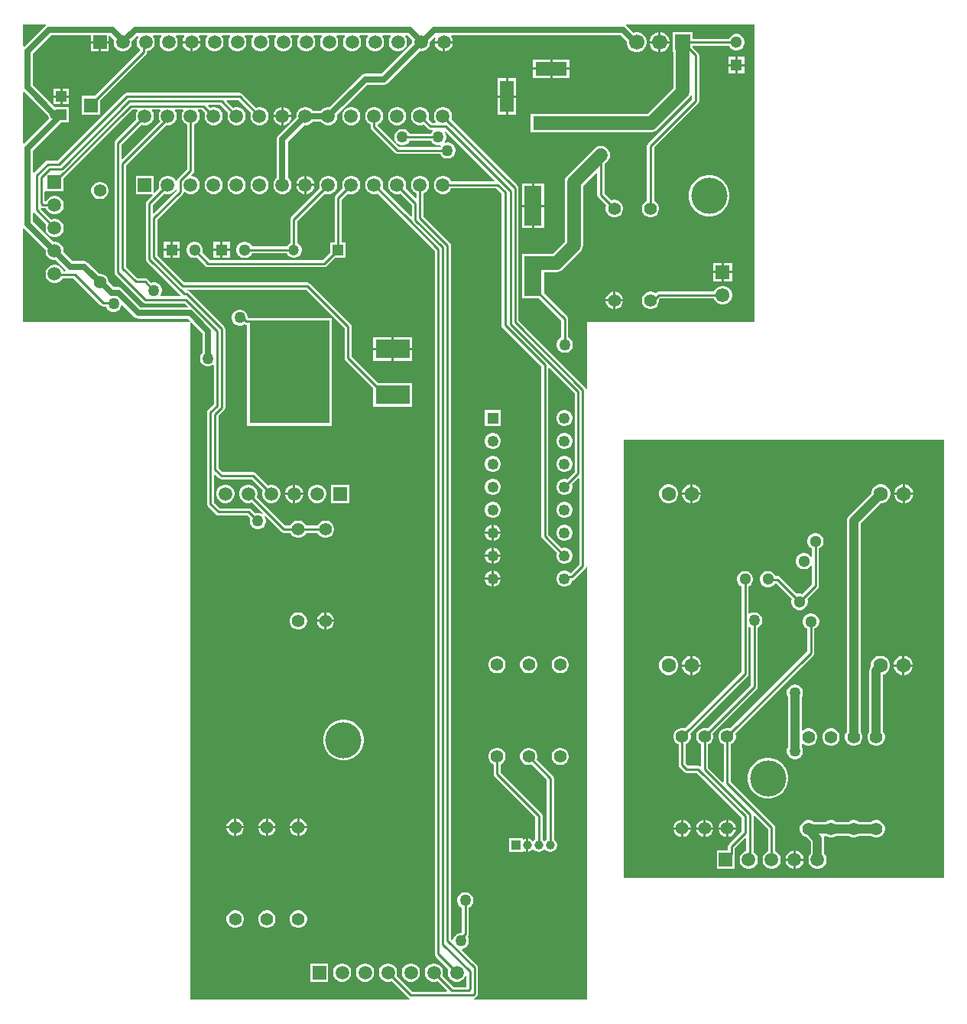
<source format=gtl>
G04*
G04 #@! TF.GenerationSoftware,Altium Limited,Altium Designer,21.3.1 (25)*
G04*
G04 Layer_Physical_Order=1*
G04 Layer_Color=255*
%FSLAX44Y44*%
%MOMM*%
G71*
G04*
G04 #@! TF.SameCoordinates,07AAF50E-0F06-4378-A151-48E409635E6A*
G04*
G04*
G04 #@! TF.FilePolarity,Positive*
G04*
G01*
G75*
%ADD13C,0.2540*%
%ADD15R,8.8900X11.4300*%
%ADD16R,3.8100X2.0800*%
%ADD17R,1.2000X1.2000*%
%ADD18R,1.5000X1.6000*%
%ADD19R,1.9000X4.4000*%
%ADD35C,1.2500*%
%ADD36R,1.2500X1.2500*%
%ADD45C,0.7000*%
%ADD46C,1.0000*%
%ADD47C,1.5000*%
%ADD48C,4.0000*%
%ADD49C,1.3000*%
%ADD50C,1.4000*%
%ADD51C,1.6000*%
%ADD52C,1.5000*%
%ADD53R,1.5000X1.5000*%
%ADD54C,1.0000*%
%ADD55R,1.0000X1.0000*%
%ADD56R,1.5000X1.5000*%
%ADD57R,4.0000X1.5000*%
%ADD58R,3.5000X1.5000*%
%ADD59R,1.5000X3.5000*%
%ADD60C,1.2000*%
%ADD61R,1.3000X1.3000*%
%ADD62R,1.3000X1.3000*%
%ADD63C,1.7000*%
%ADD64R,1.7000X1.7000*%
%ADD65C,1.5500*%
%ADD66R,1.5500X1.5500*%
%ADD67C,1.2700*%
G36*
X35436Y1088730D02*
X34185Y1087895D01*
X11270Y1064979D01*
X10000Y1065505D01*
Y1090000D01*
X35050D01*
X35436Y1088730D01*
D02*
G37*
G36*
X820000Y760000D02*
X635000D01*
Y685903D01*
X633730Y685778D01*
X633589Y686487D01*
X632747Y687747D01*
X558885Y761609D01*
Y908200D01*
X558589Y909687D01*
X557747Y910947D01*
X484459Y984235D01*
X485140Y986778D01*
Y989422D01*
X484456Y991975D01*
X483134Y994265D01*
X481265Y996134D01*
X478975Y997456D01*
X476422Y998140D01*
X473778D01*
X471225Y997456D01*
X468935Y996134D01*
X467066Y994265D01*
X465744Y991975D01*
X465060Y989422D01*
Y986778D01*
X465744Y984225D01*
X467066Y981935D01*
X467153Y981848D01*
X466667Y980675D01*
X462619D01*
X459059Y984235D01*
X459740Y986778D01*
Y989422D01*
X459056Y991975D01*
X457734Y994265D01*
X455865Y996134D01*
X453575Y997456D01*
X451022Y998140D01*
X448378D01*
X445825Y997456D01*
X443535Y996134D01*
X441666Y994265D01*
X440344Y991975D01*
X439660Y989422D01*
Y986778D01*
X440344Y984225D01*
X441666Y981935D01*
X443535Y980066D01*
X445825Y978744D01*
X448378Y978060D01*
X451022D01*
X453565Y978741D01*
X458263Y974043D01*
X459523Y973201D01*
X461010Y972905D01*
X463537D01*
X464063Y971635D01*
X462886Y970459D01*
X461978Y968885D01*
X438022D01*
X437114Y970459D01*
X435459Y972114D01*
X433431Y973284D01*
X431170Y973890D01*
X428830D01*
X426569Y973284D01*
X424541Y972114D01*
X422886Y970459D01*
X421716Y968431D01*
X421110Y966170D01*
Y963830D01*
X421716Y961569D01*
X422886Y959541D01*
X424541Y957886D01*
X426569Y956716D01*
X428830Y956110D01*
X431170D01*
X433431Y956716D01*
X435459Y957886D01*
X437114Y959541D01*
X438022Y961115D01*
X461978D01*
X462886Y959541D01*
X464541Y957886D01*
X466569Y956716D01*
X468830Y956110D01*
X471170D01*
X471975Y956326D01*
X472367Y955953D01*
X472747Y955218D01*
X471978Y953885D01*
X426609D01*
X402911Y977583D01*
X403016Y978883D01*
X405065Y980066D01*
X406934Y981935D01*
X408256Y984225D01*
X408940Y986778D01*
Y989422D01*
X408256Y991975D01*
X406934Y994265D01*
X405065Y996134D01*
X402775Y997456D01*
X400222Y998140D01*
X397578D01*
X395025Y997456D01*
X392735Y996134D01*
X390866Y994265D01*
X389544Y991975D01*
X388860Y989422D01*
Y986778D01*
X389544Y984225D01*
X390866Y981935D01*
X392735Y980066D01*
X395015Y978750D01*
Y976100D01*
X395311Y974613D01*
X396153Y973353D01*
X422253Y947253D01*
X423513Y946411D01*
X425000Y946115D01*
X471978D01*
X472886Y944541D01*
X474541Y942886D01*
X476569Y941716D01*
X478830Y941110D01*
X481170D01*
X483431Y941716D01*
X485459Y942886D01*
X487114Y944541D01*
X488284Y946569D01*
X488890Y948830D01*
Y951170D01*
X488284Y953431D01*
X487114Y955459D01*
X485459Y957114D01*
X483431Y958284D01*
X481170Y958890D01*
X478830D01*
X478025Y958674D01*
X477633Y959047D01*
X477253Y959782D01*
X478284Y961569D01*
X478890Y963830D01*
Y966170D01*
X478284Y968431D01*
X477114Y970459D01*
X476942Y970630D01*
X477360Y972008D01*
X477476Y972031D01*
X532548Y916958D01*
X532062Y915785D01*
X484450D01*
X483134Y918065D01*
X481265Y919934D01*
X478975Y921256D01*
X476422Y921940D01*
X473778D01*
X471225Y921256D01*
X468935Y919934D01*
X467066Y918065D01*
X465744Y915775D01*
X465060Y913222D01*
Y910578D01*
X465744Y908025D01*
X467066Y905735D01*
X468935Y903866D01*
X471225Y902544D01*
X473778Y901860D01*
X476422D01*
X478975Y902544D01*
X481265Y903866D01*
X483134Y905735D01*
X484450Y908015D01*
X534307D01*
X540023Y902299D01*
Y756724D01*
X540319Y755237D01*
X541161Y753977D01*
X583931Y711207D01*
Y523384D01*
X584227Y521898D01*
X585069Y520637D01*
X601362Y504344D01*
X600910Y502657D01*
Y500343D01*
X601509Y498107D01*
X602666Y496103D01*
X604303Y494466D01*
X606307Y493309D01*
X608543Y492710D01*
X610857D01*
X613093Y493309D01*
X615097Y494466D01*
X616734Y496103D01*
X617891Y498107D01*
X618490Y500343D01*
Y502657D01*
X617891Y504893D01*
X616734Y506897D01*
X615097Y508534D01*
X613093Y509691D01*
X610857Y510290D01*
X608543D01*
X606856Y509838D01*
X591701Y524993D01*
Y708962D01*
X592874Y709448D01*
X621035Y681287D01*
Y594529D01*
X612544Y586038D01*
X610857Y586490D01*
X608543D01*
X606307Y585891D01*
X604303Y584734D01*
X602666Y583097D01*
X601509Y581093D01*
X600910Y578857D01*
Y576543D01*
X601509Y574307D01*
X602666Y572303D01*
X604303Y570666D01*
X606307Y569509D01*
X608543Y568910D01*
X610857D01*
X613093Y569509D01*
X615097Y570666D01*
X616734Y572303D01*
X617891Y574307D01*
X618490Y576543D01*
Y578857D01*
X618038Y580544D01*
X624942Y587448D01*
X626115Y586962D01*
Y491609D01*
X616397Y481890D01*
X616341D01*
X615097Y483134D01*
X613093Y484291D01*
X610857Y484890D01*
X608543D01*
X606307Y484291D01*
X604303Y483134D01*
X602666Y481497D01*
X601509Y479493D01*
X600910Y477257D01*
Y474943D01*
X601509Y472707D01*
X602666Y470703D01*
X604303Y469066D01*
X606307Y467909D01*
X608543Y467310D01*
X610857D01*
X613093Y467909D01*
X615097Y469066D01*
X616734Y470703D01*
X617891Y472707D01*
X618285Y474177D01*
X619492Y474417D01*
X620753Y475259D01*
X632747Y487253D01*
X633589Y488513D01*
X633730Y489222D01*
X635000Y489097D01*
Y10000D01*
X509415D01*
X509290Y11270D01*
X509999Y11411D01*
X511259Y12253D01*
X512747Y13741D01*
X513589Y15001D01*
X513885Y16488D01*
Y45632D01*
X513589Y47118D01*
X512747Y48379D01*
X496203Y64922D01*
X496676Y66245D01*
X498431Y66716D01*
X500459Y67886D01*
X502114Y69541D01*
X503284Y71569D01*
X503890Y73830D01*
Y76170D01*
X503284Y78431D01*
X502513Y79768D01*
X502747Y80002D01*
X503589Y81263D01*
X503885Y82749D01*
Y111978D01*
X505459Y112886D01*
X507114Y114541D01*
X508284Y116569D01*
X508890Y118830D01*
Y121170D01*
X508284Y123431D01*
X507114Y125459D01*
X505459Y127114D01*
X503431Y128284D01*
X501170Y128890D01*
X498830D01*
X496569Y128284D01*
X494541Y127114D01*
X492886Y125459D01*
X491716Y123431D01*
X491110Y121170D01*
Y118830D01*
X491716Y116569D01*
X492886Y114541D01*
X494541Y112886D01*
X496115Y111978D01*
Y84358D01*
X495647Y83890D01*
X493830D01*
X491569Y83284D01*
X489541Y82114D01*
X487886Y80459D01*
X486716Y78431D01*
X486245Y76676D01*
X484922Y76203D01*
X483965Y77161D01*
Y844920D01*
X483669Y846407D01*
X482827Y847667D01*
X453585Y876909D01*
Y902550D01*
X455865Y903866D01*
X457734Y905735D01*
X459056Y908025D01*
X459740Y910578D01*
Y913222D01*
X459056Y915775D01*
X457734Y918065D01*
X455865Y919934D01*
X453575Y921256D01*
X451022Y921940D01*
X448378D01*
X445825Y921256D01*
X443535Y919934D01*
X441666Y918065D01*
X440344Y915775D01*
X439660Y913222D01*
Y910578D01*
X440344Y908025D01*
X441666Y905735D01*
X443535Y903866D01*
X445815Y902550D01*
Y897538D01*
X444642Y897052D01*
X433659Y908035D01*
X434340Y910578D01*
Y913222D01*
X433656Y915775D01*
X432334Y918065D01*
X430465Y919934D01*
X428175Y921256D01*
X425622Y921940D01*
X422978D01*
X420425Y921256D01*
X418135Y919934D01*
X416266Y918065D01*
X414944Y915775D01*
X414260Y913222D01*
Y910578D01*
X414944Y908025D01*
X416266Y905735D01*
X418135Y903866D01*
X420425Y902544D01*
X422978Y901860D01*
X425622D01*
X428165Y902541D01*
X440735Y889971D01*
Y877476D01*
X440535Y877332D01*
X439192Y877102D01*
X408259Y908035D01*
X408940Y910578D01*
Y913222D01*
X408256Y915775D01*
X406934Y918065D01*
X405065Y919934D01*
X402775Y921256D01*
X400222Y921940D01*
X397578D01*
X395025Y921256D01*
X392735Y919934D01*
X390866Y918065D01*
X389544Y915775D01*
X388860Y913222D01*
Y910578D01*
X389544Y908025D01*
X390866Y905735D01*
X392735Y903866D01*
X395025Y902544D01*
X397578Y901860D01*
X400222D01*
X402765Y902541D01*
X433359Y871947D01*
X433698Y871440D01*
X466035Y839103D01*
Y60480D01*
X466331Y58993D01*
X467173Y57733D01*
X481041Y43865D01*
X480360Y41322D01*
Y38678D01*
X481044Y36125D01*
X482366Y33835D01*
X484235Y31966D01*
X486525Y30644D01*
X489078Y29960D01*
X491722D01*
X494275Y30644D01*
X496565Y31966D01*
X498434Y33835D01*
X499756Y36125D01*
X499765Y36160D01*
X501035Y35993D01*
Y23965D01*
X486529D01*
X474359Y36135D01*
X475040Y38678D01*
Y41322D01*
X474356Y43875D01*
X473034Y46165D01*
X471165Y48034D01*
X468875Y49356D01*
X466322Y50040D01*
X463678D01*
X461125Y49356D01*
X458835Y48034D01*
X456966Y46165D01*
X455644Y43875D01*
X454960Y41322D01*
Y38678D01*
X455644Y36125D01*
X456966Y33835D01*
X458835Y31966D01*
X461125Y30644D01*
X463678Y29960D01*
X466322D01*
X468865Y30641D01*
X479448Y20058D01*
X478962Y18885D01*
X440809D01*
X423559Y36135D01*
X424240Y38678D01*
Y41322D01*
X423556Y43875D01*
X422234Y46165D01*
X420365Y48034D01*
X418075Y49356D01*
X415522Y50040D01*
X412878D01*
X410325Y49356D01*
X408035Y48034D01*
X406166Y46165D01*
X404844Y43875D01*
X404160Y41322D01*
Y38678D01*
X404844Y36125D01*
X406166Y33835D01*
X408035Y31966D01*
X410325Y30644D01*
X412878Y29960D01*
X415522D01*
X418065Y30641D01*
X436453Y12253D01*
X437713Y11411D01*
X438423Y11270D01*
X438297Y10000D01*
X195000D01*
Y759495D01*
X196255Y760035D01*
X208842Y747449D01*
Y726414D01*
X207886Y725459D01*
X206716Y723431D01*
X206110Y721170D01*
Y718830D01*
X206716Y716569D01*
X207886Y714541D01*
X209541Y712886D01*
X211569Y711716D01*
X213830Y711110D01*
X216170D01*
X218431Y711716D01*
X220005Y712625D01*
X221275Y712023D01*
Y669131D01*
X214863Y662718D01*
X214021Y661458D01*
X213725Y659971D01*
Y559038D01*
X214021Y557551D01*
X214863Y556291D01*
X223901Y547253D01*
X225161Y546411D01*
X226648Y546115D01*
X258391D01*
X261580Y542926D01*
X261110Y541170D01*
Y538830D01*
X261716Y536569D01*
X262886Y534541D01*
X264541Y532886D01*
X266569Y531716D01*
X268830Y531110D01*
X271170D01*
X273431Y531716D01*
X275459Y532886D01*
X277114Y534541D01*
X278284Y536569D01*
X278890Y538830D01*
Y541170D01*
X278284Y543431D01*
X277472Y544838D01*
X278488Y545618D01*
X296053Y528053D01*
X297313Y527211D01*
X298800Y526915D01*
X306227D01*
X307366Y524942D01*
X309142Y523166D01*
X311318Y521910D01*
X313744Y521260D01*
X316256D01*
X318682Y521910D01*
X320858Y523166D01*
X322634Y524942D01*
X323773Y526915D01*
X336227D01*
X337366Y524942D01*
X339142Y523166D01*
X341318Y521910D01*
X343744Y521260D01*
X346256D01*
X348682Y521910D01*
X350858Y523166D01*
X352634Y524942D01*
X353890Y527118D01*
X354540Y529544D01*
Y532056D01*
X353890Y534482D01*
X352634Y536658D01*
X350858Y538434D01*
X348682Y539690D01*
X346256Y540340D01*
X343744D01*
X341318Y539690D01*
X339142Y538434D01*
X337366Y536658D01*
X336227Y534685D01*
X323773D01*
X322634Y536658D01*
X320858Y538434D01*
X318682Y539690D01*
X316256Y540340D01*
X313744D01*
X311318Y539690D01*
X309142Y538434D01*
X307366Y536658D01*
X306227Y534685D01*
X300409D01*
X268959Y566135D01*
X269640Y568678D01*
Y571322D01*
X268956Y573875D01*
X267634Y576165D01*
X265765Y578034D01*
X263475Y579356D01*
X260922Y580040D01*
X258278D01*
X255725Y579356D01*
X253435Y578034D01*
X251566Y576165D01*
X250244Y573875D01*
X249560Y571322D01*
Y568678D01*
X250244Y566125D01*
X251566Y563835D01*
X253435Y561966D01*
X255725Y560644D01*
X258278Y559960D01*
X260922D01*
X263465Y560641D01*
X275618Y548488D01*
X274838Y547472D01*
X273431Y548284D01*
X271170Y548890D01*
X268830D01*
X267074Y548420D01*
X262747Y552747D01*
X261487Y553589D01*
X260000Y553885D01*
X228257D01*
X221495Y560647D01*
Y591014D01*
X222668Y591500D01*
X226915Y587253D01*
X228176Y586411D01*
X229662Y586115D01*
X263391D01*
X275641Y573865D01*
X274960Y571322D01*
Y568678D01*
X275644Y566125D01*
X276966Y563835D01*
X278835Y561966D01*
X281125Y560644D01*
X283678Y559960D01*
X286322D01*
X288875Y560644D01*
X291165Y561966D01*
X293034Y563835D01*
X294356Y566125D01*
X295040Y568678D01*
Y571322D01*
X294356Y573875D01*
X293034Y576165D01*
X291165Y578034D01*
X288875Y579356D01*
X286322Y580040D01*
X283678D01*
X281135Y579359D01*
X267747Y592747D01*
X266487Y593589D01*
X265000Y593885D01*
X231271D01*
X226575Y598581D01*
Y656258D01*
X232987Y662671D01*
X233829Y663931D01*
X234125Y665417D01*
Y752282D01*
X233829Y753769D01*
X232987Y755029D01*
X194128Y793888D01*
X192868Y794730D01*
X191886Y794925D01*
X192011Y796195D01*
X323311D01*
X366115Y753391D01*
Y720250D01*
X366411Y718763D01*
X367253Y717503D01*
X397710Y687046D01*
Y666660D01*
X440890D01*
Y692540D01*
X403204D01*
X373885Y721859D01*
Y755000D01*
X373589Y756487D01*
X372747Y757747D01*
X327667Y802827D01*
X326407Y803669D01*
X324920Y803965D01*
X188713D01*
X158965Y833713D01*
Y873471D01*
X187137Y901643D01*
X187979Y902903D01*
X188099Y903506D01*
X189477Y903924D01*
X189535Y903866D01*
X191825Y902544D01*
X194378Y901860D01*
X197022D01*
X199575Y902544D01*
X201865Y903866D01*
X203734Y905735D01*
X205056Y908025D01*
X205740Y910578D01*
Y913222D01*
X205056Y915775D01*
X203734Y918065D01*
X201865Y919934D01*
X199575Y921256D01*
X197022Y921940D01*
X196898D01*
X196412Y923113D01*
X198447Y925148D01*
X199289Y926408D01*
X199585Y927895D01*
Y978750D01*
X201865Y980066D01*
X203734Y981935D01*
X205056Y984225D01*
X205740Y986778D01*
Y989422D01*
X205056Y991975D01*
X203734Y994265D01*
X203647Y994352D01*
X204133Y995525D01*
X208181D01*
X211741Y991965D01*
X211060Y989422D01*
Y986778D01*
X211744Y984225D01*
X213066Y981935D01*
X214935Y980066D01*
X217225Y978744D01*
X219778Y978060D01*
X222422D01*
X224975Y978744D01*
X227265Y980066D01*
X229134Y981935D01*
X230456Y984225D01*
X231140Y986778D01*
Y989422D01*
X230456Y991975D01*
X229134Y994265D01*
X227265Y996134D01*
X224975Y997456D01*
X222422Y998140D01*
X219778D01*
X217235Y997459D01*
X214832Y999862D01*
X215318Y1001035D01*
X228071D01*
X237141Y991965D01*
X236460Y989422D01*
Y986778D01*
X237144Y984225D01*
X238466Y981935D01*
X240335Y980066D01*
X242625Y978744D01*
X245178Y978060D01*
X247822D01*
X250375Y978744D01*
X252665Y980066D01*
X254534Y981935D01*
X255856Y984225D01*
X256540Y986778D01*
Y989422D01*
X255856Y991975D01*
X254534Y994265D01*
X252665Y996134D01*
X250375Y997456D01*
X247822Y998140D01*
X245178D01*
X242635Y997459D01*
X235152Y1004942D01*
X235638Y1006115D01*
X248391D01*
X262541Y991965D01*
X261860Y989422D01*
Y986778D01*
X262544Y984225D01*
X263866Y981935D01*
X265735Y980066D01*
X268025Y978744D01*
X270578Y978060D01*
X273222D01*
X275775Y978744D01*
X278065Y980066D01*
X279934Y981935D01*
X281256Y984225D01*
X281940Y986778D01*
Y989422D01*
X281256Y991975D01*
X279934Y994265D01*
X278065Y996134D01*
X275775Y997456D01*
X273222Y998140D01*
X270578D01*
X268035Y997459D01*
X252747Y1012747D01*
X251487Y1013589D01*
X250000Y1013885D01*
X125000D01*
X123513Y1013589D01*
X122253Y1012747D01*
X48391Y938885D01*
X37428D01*
X35941Y938589D01*
X34681Y937747D01*
X22428Y925494D01*
X21425Y925779D01*
X21158Y925972D01*
Y949949D01*
X52669Y981460D01*
X61040D01*
Y998540D01*
X45169D01*
X43208Y1000502D01*
X44045Y1001460D01*
X45195Y1001460D01*
X51230D01*
Y1008730D01*
X43960D01*
Y1002727D01*
X43960Y1001545D01*
X43002Y1000707D01*
X21158Y1022551D01*
Y1057449D01*
X41091Y1077382D01*
X84960D01*
Y1071270D01*
X105040D01*
Y1077137D01*
X106310Y1077280D01*
X110763Y1072827D01*
X110360Y1071322D01*
Y1068678D01*
X111044Y1066125D01*
X112366Y1063835D01*
X114235Y1061966D01*
X116525Y1060644D01*
X119078Y1059960D01*
X121722D01*
X124275Y1060644D01*
X126565Y1061966D01*
X128434Y1063835D01*
X129756Y1066125D01*
X130440Y1068678D01*
Y1071322D01*
X130438Y1071329D01*
X136150Y1077041D01*
X136890Y1076942D01*
X137449Y1075615D01*
X136444Y1073875D01*
X135760Y1071322D01*
Y1068678D01*
X136444Y1066125D01*
X137766Y1063835D01*
X139531Y1062070D01*
Y1060525D01*
X89546Y1010540D01*
X74960D01*
Y989460D01*
X95040D01*
Y1005046D01*
X146163Y1056169D01*
X147005Y1057429D01*
X147301Y1058916D01*
Y1060008D01*
X149675Y1060644D01*
X151965Y1061966D01*
X153834Y1063835D01*
X155156Y1066125D01*
X155840Y1068678D01*
Y1071322D01*
X155156Y1073875D01*
X153865Y1076112D01*
X154030Y1076786D01*
X154276Y1077382D01*
X162724D01*
X162970Y1076786D01*
X163135Y1076112D01*
X161844Y1073875D01*
X161160Y1071322D01*
Y1068678D01*
X161844Y1066125D01*
X163166Y1063835D01*
X165035Y1061966D01*
X167325Y1060644D01*
X169878Y1059960D01*
X172522D01*
X175075Y1060644D01*
X177365Y1061966D01*
X179234Y1063835D01*
X180556Y1066125D01*
X181240Y1068678D01*
Y1071322D01*
X180556Y1073875D01*
X179265Y1076112D01*
X179430Y1076786D01*
X179676Y1077382D01*
X188124D01*
X188370Y1076786D01*
X188535Y1076112D01*
X187244Y1073875D01*
X186560Y1071322D01*
Y1071270D01*
X206640D01*
Y1071322D01*
X205956Y1073875D01*
X204665Y1076112D01*
X204830Y1076786D01*
X205076Y1077382D01*
X213524D01*
X213770Y1076786D01*
X213935Y1076112D01*
X212644Y1073875D01*
X211960Y1071322D01*
Y1068678D01*
X212644Y1066125D01*
X213966Y1063835D01*
X215835Y1061966D01*
X218125Y1060644D01*
X220678Y1059960D01*
X223322D01*
X225875Y1060644D01*
X228165Y1061966D01*
X230034Y1063835D01*
X231356Y1066125D01*
X232040Y1068678D01*
Y1071322D01*
X231356Y1073875D01*
X230065Y1076112D01*
X230230Y1076786D01*
X230476Y1077382D01*
X238924D01*
X239170Y1076786D01*
X239335Y1076112D01*
X238044Y1073875D01*
X237360Y1071322D01*
Y1068678D01*
X238044Y1066125D01*
X239366Y1063835D01*
X241235Y1061966D01*
X243525Y1060644D01*
X246078Y1059960D01*
X248722D01*
X251275Y1060644D01*
X253565Y1061966D01*
X255434Y1063835D01*
X256756Y1066125D01*
X257440Y1068678D01*
Y1071322D01*
X256756Y1073875D01*
X255465Y1076112D01*
X255630Y1076786D01*
X255876Y1077382D01*
X264324D01*
X264570Y1076786D01*
X264735Y1076112D01*
X263444Y1073875D01*
X262760Y1071322D01*
Y1068678D01*
X263444Y1066125D01*
X264766Y1063835D01*
X266635Y1061966D01*
X268925Y1060644D01*
X271478Y1059960D01*
X274122D01*
X276675Y1060644D01*
X278965Y1061966D01*
X280834Y1063835D01*
X282156Y1066125D01*
X282840Y1068678D01*
Y1071322D01*
X282156Y1073875D01*
X280865Y1076112D01*
X281030Y1076786D01*
X281276Y1077382D01*
X289724D01*
X289970Y1076786D01*
X290135Y1076112D01*
X288844Y1073875D01*
X288160Y1071322D01*
Y1068678D01*
X288844Y1066125D01*
X290166Y1063835D01*
X292035Y1061966D01*
X294325Y1060644D01*
X296878Y1059960D01*
X299522D01*
X302075Y1060644D01*
X304365Y1061966D01*
X306234Y1063835D01*
X307556Y1066125D01*
X308240Y1068678D01*
Y1071322D01*
X307556Y1073875D01*
X306265Y1076112D01*
X306430Y1076786D01*
X306676Y1077382D01*
X315124D01*
X315370Y1076786D01*
X315535Y1076112D01*
X314244Y1073875D01*
X313560Y1071322D01*
Y1068678D01*
X314244Y1066125D01*
X315566Y1063835D01*
X317435Y1061966D01*
X319725Y1060644D01*
X322278Y1059960D01*
X324922D01*
X327475Y1060644D01*
X329765Y1061966D01*
X331634Y1063835D01*
X332956Y1066125D01*
X333640Y1068678D01*
Y1071322D01*
X332956Y1073875D01*
X331665Y1076112D01*
X331830Y1076786D01*
X332076Y1077382D01*
X340524D01*
X340770Y1076786D01*
X340935Y1076112D01*
X339644Y1073875D01*
X338960Y1071322D01*
Y1068678D01*
X339644Y1066125D01*
X340966Y1063835D01*
X342835Y1061966D01*
X345125Y1060644D01*
X347678Y1059960D01*
X350322D01*
X352875Y1060644D01*
X355165Y1061966D01*
X357034Y1063835D01*
X358356Y1066125D01*
X359040Y1068678D01*
Y1071322D01*
X358356Y1073875D01*
X357065Y1076112D01*
X357230Y1076786D01*
X357476Y1077382D01*
X365924D01*
X366170Y1076786D01*
X366335Y1076112D01*
X365044Y1073875D01*
X364360Y1071322D01*
Y1068678D01*
X365044Y1066125D01*
X366366Y1063835D01*
X368235Y1061966D01*
X370525Y1060644D01*
X373078Y1059960D01*
X375722D01*
X378275Y1060644D01*
X380565Y1061966D01*
X382434Y1063835D01*
X383756Y1066125D01*
X384440Y1068678D01*
Y1071322D01*
X383756Y1073875D01*
X382465Y1076112D01*
X382630Y1076786D01*
X382876Y1077382D01*
X391324D01*
X391570Y1076786D01*
X391735Y1076112D01*
X390444Y1073875D01*
X389760Y1071322D01*
Y1068678D01*
X390444Y1066125D01*
X391766Y1063835D01*
X393635Y1061966D01*
X395925Y1060644D01*
X398478Y1059960D01*
X401122D01*
X403675Y1060644D01*
X405965Y1061966D01*
X407834Y1063835D01*
X409156Y1066125D01*
X409840Y1068678D01*
Y1071322D01*
X409156Y1073875D01*
X407865Y1076112D01*
X408030Y1076786D01*
X408276Y1077382D01*
X416724D01*
X416970Y1076786D01*
X417135Y1076112D01*
X415844Y1073875D01*
X415160Y1071322D01*
Y1068678D01*
X415844Y1066125D01*
X417166Y1063835D01*
X419035Y1061966D01*
X421325Y1060644D01*
X423878Y1059960D01*
X426522D01*
X429075Y1060644D01*
X431365Y1061966D01*
X433234Y1063835D01*
X434556Y1066125D01*
X435240Y1068678D01*
Y1071322D01*
X434556Y1073875D01*
X433265Y1076112D01*
X433430Y1076786D01*
X433676Y1077382D01*
X435862D01*
X440848Y1072396D01*
X440560Y1071322D01*
Y1068678D01*
X440562Y1068671D01*
X407099Y1035208D01*
X389050D01*
X386693Y1034740D01*
X384695Y1033405D01*
X349429Y998138D01*
X349422Y998140D01*
X346778D01*
X344225Y997456D01*
X341935Y996134D01*
X340066Y994265D01*
X340062Y994258D01*
X330738D01*
X330734Y994265D01*
X328865Y996134D01*
X326575Y997456D01*
X324022Y998140D01*
X321378D01*
X318825Y997456D01*
X316535Y996134D01*
X314666Y994265D01*
X313344Y991975D01*
X312660Y989422D01*
Y986778D01*
X312662Y986771D01*
X292945Y967055D01*
X291610Y965057D01*
X291142Y962700D01*
Y919938D01*
X291135Y919934D01*
X289266Y918065D01*
X287944Y915775D01*
X287260Y913222D01*
Y910578D01*
X287944Y908025D01*
X289266Y905735D01*
X291135Y903866D01*
X293425Y902544D01*
X295978Y901860D01*
X298622D01*
X301175Y902544D01*
X303465Y903866D01*
X305334Y905735D01*
X306656Y908025D01*
X307340Y910578D01*
Y913222D01*
X306656Y915775D01*
X305334Y918065D01*
X303465Y919934D01*
X303458Y919938D01*
Y960149D01*
X321371Y978062D01*
X321378Y978060D01*
X324022D01*
X326575Y978744D01*
X328865Y980066D01*
X330734Y981935D01*
X330738Y981942D01*
X340062D01*
X340066Y981935D01*
X341935Y980066D01*
X344225Y978744D01*
X346778Y978060D01*
X349422D01*
X351975Y978744D01*
X354265Y980066D01*
X356134Y981935D01*
X357456Y984225D01*
X358140Y986778D01*
Y989422D01*
X358138Y989429D01*
X391601Y1022892D01*
X409650D01*
X412007Y1023360D01*
X414005Y1024695D01*
X449271Y1059962D01*
X449278Y1059960D01*
X451922D01*
X454475Y1060644D01*
X456765Y1061966D01*
X458634Y1063835D01*
X459956Y1066125D01*
X460640Y1068678D01*
Y1069978D01*
X466052Y1075390D01*
X467069Y1074610D01*
X466644Y1073875D01*
X465960Y1071322D01*
Y1071270D01*
X486040D01*
Y1071322D01*
X485356Y1073875D01*
X484065Y1076112D01*
X484230Y1076786D01*
X484476Y1077382D01*
X671615D01*
X678560Y1070437D01*
Y1068547D01*
X679312Y1065739D01*
X680766Y1063221D01*
X682821Y1061166D01*
X685339Y1059712D01*
X688147Y1058960D01*
X691053D01*
X693861Y1059712D01*
X696379Y1061166D01*
X698434Y1063221D01*
X699888Y1065739D01*
X700640Y1068547D01*
Y1071453D01*
X699888Y1074261D01*
X698434Y1076779D01*
X696379Y1078834D01*
X693861Y1080288D01*
X691053Y1081040D01*
X688147D01*
X685961Y1080454D01*
X678520Y1087895D01*
X677270Y1088730D01*
X677655Y1090000D01*
X820000D01*
Y760000D01*
D02*
G37*
G36*
X187753Y994352D02*
X187666Y994265D01*
X186344Y991975D01*
X185660Y989422D01*
Y986778D01*
X186344Y984225D01*
X187666Y981935D01*
X189535Y980066D01*
X191815Y978750D01*
Y929504D01*
X181643Y919332D01*
X180801Y918071D01*
X180544Y916777D01*
X180033Y916555D01*
X179235Y916504D01*
X178334Y918065D01*
X176465Y919934D01*
X174175Y921256D01*
X171622Y921940D01*
X168978D01*
X166425Y921256D01*
X164135Y919934D01*
X162266Y918065D01*
X160944Y915775D01*
X160260Y913222D01*
Y910578D01*
X160941Y908035D01*
X156113Y903207D01*
X154940Y903693D01*
Y921940D01*
X134860D01*
Y901860D01*
X153107D01*
X153593Y900687D01*
X147253Y894347D01*
X146411Y893087D01*
X146115Y891600D01*
Y830000D01*
X146411Y828513D01*
X147253Y827253D01*
X184608Y789898D01*
X184122Y788725D01*
X162581D01*
X162497Y788926D01*
X162187Y789995D01*
X163280Y791889D01*
X163886Y794150D01*
Y796490D01*
X163280Y798751D01*
X162110Y800779D01*
X160455Y802434D01*
X158428Y803604D01*
X156166Y804210D01*
X153826D01*
X151821Y803673D01*
X147747Y807747D01*
X146487Y808589D01*
X145000Y808885D01*
X136609D01*
X123965Y821529D01*
Y933471D01*
X168643Y978150D01*
X168978Y978060D01*
X171622D01*
X174175Y978744D01*
X176465Y980066D01*
X178334Y981935D01*
X179656Y984225D01*
X180340Y986778D01*
Y989422D01*
X179656Y991975D01*
X178334Y994265D01*
X178247Y994352D01*
X178733Y995525D01*
X187267D01*
X187753Y994352D01*
D02*
G37*
G36*
X162353D02*
X162266Y994265D01*
X160944Y991975D01*
X160260Y989422D01*
Y986778D01*
X160944Y984225D01*
X161964Y982458D01*
X120058Y940552D01*
X118885Y941038D01*
Y956591D01*
X141035Y978741D01*
X143578Y978060D01*
X146222D01*
X148775Y978744D01*
X151065Y980066D01*
X152934Y981935D01*
X154256Y984225D01*
X154940Y986778D01*
Y989422D01*
X154256Y991975D01*
X152934Y994265D01*
X152847Y994352D01*
X153333Y995525D01*
X161867D01*
X162353Y994352D01*
D02*
G37*
G36*
X37562Y988728D02*
X37654Y988032D01*
X38414Y986198D01*
X39097Y985307D01*
X11270Y957479D01*
X10000Y958005D01*
Y1014495D01*
X11270Y1015021D01*
X37562Y988728D01*
D02*
G37*
G36*
X180154Y906349D02*
X180245Y905738D01*
X155058Y880552D01*
X153885Y881038D01*
Y889991D01*
X166435Y902541D01*
X168978Y901860D01*
X171622D01*
X174175Y902544D01*
X176465Y903866D01*
X178334Y905735D01*
X178834Y906600D01*
X180154Y906349D01*
D02*
G37*
G36*
X136953Y994352D02*
X136866Y994265D01*
X135544Y991975D01*
X134860Y989422D01*
Y986778D01*
X135541Y984235D01*
X112253Y960947D01*
X111411Y959687D01*
X111115Y958200D01*
Y815000D01*
X111411Y813513D01*
X112253Y812253D01*
X142413Y782093D01*
X143673Y781251D01*
X145160Y780955D01*
X188889D01*
X192512Y777332D01*
X192027Y776158D01*
X140553D01*
X119727Y796985D01*
X117729Y798320D01*
X115372Y798788D01*
X110730D01*
X104540Y804978D01*
Y805456D01*
X103890Y807882D01*
X102634Y810058D01*
X100858Y811834D01*
X98682Y813090D01*
X96256Y813740D01*
X94169D01*
X82150Y825759D01*
X80152Y827094D01*
X77796Y827563D01*
X64947D01*
X55038Y837471D01*
X55040Y837478D01*
Y840122D01*
X54356Y842675D01*
X53034Y844965D01*
X51165Y846834D01*
X48875Y848156D01*
X46322Y848840D01*
X43678D01*
X43671Y848838D01*
X21158Y871351D01*
Y880800D01*
X21425Y880993D01*
X22428Y881278D01*
X35641Y868065D01*
X34960Y865522D01*
Y862878D01*
X35644Y860325D01*
X36966Y858035D01*
X38835Y856166D01*
X41125Y854844D01*
X43678Y854160D01*
X46322D01*
X48875Y854844D01*
X51165Y856166D01*
X53034Y858035D01*
X54356Y860325D01*
X55040Y862878D01*
Y865522D01*
X54356Y868075D01*
X53034Y870365D01*
X51165Y872234D01*
X48875Y873556D01*
X46322Y874240D01*
X43678D01*
X41135Y873559D01*
X29698Y884995D01*
X30023Y886335D01*
X30098Y886392D01*
X31488Y886115D01*
X35540D01*
X35644Y885725D01*
X36966Y883435D01*
X38835Y881566D01*
X41125Y880244D01*
X43678Y879560D01*
X46322D01*
X48875Y880244D01*
X51165Y881566D01*
X53034Y883435D01*
X54356Y885725D01*
X55040Y888278D01*
Y890922D01*
X54356Y893475D01*
X53034Y895765D01*
X51165Y897634D01*
X48875Y898956D01*
X46322Y899640D01*
X43678D01*
X41125Y898956D01*
X38835Y897634D01*
X36966Y895765D01*
X35881Y893885D01*
X33885D01*
Y904490D01*
X34960Y904960D01*
Y904960D01*
X55040D01*
Y919546D01*
X131019Y995525D01*
X136467D01*
X136953Y994352D01*
D02*
G37*
G36*
X34962Y840129D02*
X34960Y840122D01*
Y837478D01*
X35644Y834925D01*
X36966Y832635D01*
X38835Y830766D01*
X41125Y829444D01*
X43678Y828760D01*
X46322D01*
X46329Y828762D01*
X57342Y817749D01*
X56816Y816479D01*
X54569D01*
X54356Y817275D01*
X53034Y819565D01*
X51165Y821434D01*
X48875Y822756D01*
X46322Y823440D01*
X43678D01*
X41125Y822756D01*
X38835Y821434D01*
X36966Y819565D01*
X35644Y817275D01*
X34960Y814722D01*
Y812078D01*
X35644Y809525D01*
X36966Y807235D01*
X38835Y805366D01*
X41125Y804044D01*
X43678Y803360D01*
X46322D01*
X48875Y804044D01*
X51165Y805366D01*
X53034Y807235D01*
X53885Y808710D01*
X65797D01*
X95823Y778683D01*
X97083Y777841D01*
X98570Y777545D01*
X101758D01*
X101956Y776809D01*
X103126Y774781D01*
X104781Y773126D01*
X106809Y771956D01*
X109070Y771350D01*
X111410D01*
X113671Y771956D01*
X115699Y773126D01*
X117354Y774781D01*
X118524Y776809D01*
X118982Y778515D01*
X120327Y778966D01*
X133647Y765645D01*
X135645Y764311D01*
X138002Y763842D01*
X138002Y763842D01*
X192449D01*
X195035Y761255D01*
X194495Y760000D01*
X10000D01*
Y863295D01*
X11270Y863821D01*
X34962Y840129D01*
D02*
G37*
G36*
X1030000Y145000D02*
X675000D01*
Y630000D01*
X1030000D01*
Y145000D01*
D02*
G37*
%LPC*%
G36*
X716453Y1081040D02*
X716270D01*
Y1071270D01*
X726040D01*
Y1071453D01*
X725288Y1074261D01*
X723834Y1076779D01*
X721779Y1078834D01*
X719261Y1080288D01*
X716453Y1081040D01*
D02*
G37*
G36*
X713730D02*
X713547D01*
X710739Y1080288D01*
X708221Y1078834D01*
X706166Y1076779D01*
X704712Y1074261D01*
X703960Y1071453D01*
Y1071270D01*
X713730D01*
Y1081040D01*
D02*
G37*
G36*
X751440D02*
X729360D01*
Y1058960D01*
X730273D01*
Y1019595D01*
X701305Y990627D01*
X595000D01*
X594342Y990540D01*
X572460D01*
Y970460D01*
X594342D01*
X595000Y970373D01*
X705500D01*
X705500Y970373D01*
X708121Y970718D01*
X710563Y971730D01*
X712661Y973339D01*
X747561Y1008239D01*
X747561Y1008239D01*
X749170Y1010337D01*
X749845Y1011967D01*
X751115Y1011715D01*
Y1006609D01*
X702253Y957747D01*
X701411Y956487D01*
X701115Y955000D01*
Y894573D01*
X699142Y893434D01*
X697366Y891658D01*
X696110Y889482D01*
X695460Y887056D01*
Y884544D01*
X696110Y882118D01*
X697366Y879942D01*
X699142Y878166D01*
X701318Y876910D01*
X703744Y876260D01*
X706256D01*
X708682Y876910D01*
X710858Y878166D01*
X712634Y879942D01*
X713890Y882118D01*
X714540Y884544D01*
Y887056D01*
X713890Y889482D01*
X712634Y891658D01*
X710858Y893434D01*
X708885Y894573D01*
Y953391D01*
X757747Y1002253D01*
X758589Y1003513D01*
X758885Y1005000D01*
Y1055400D01*
X758589Y1056887D01*
X757747Y1058147D01*
X751440Y1064454D01*
Y1066115D01*
X791804D01*
X792766Y1064449D01*
X794449Y1062766D01*
X796511Y1061576D01*
X798810Y1060960D01*
X801190D01*
X803489Y1061576D01*
X805551Y1062766D01*
X807234Y1064449D01*
X808424Y1066511D01*
X809040Y1068810D01*
Y1071190D01*
X808424Y1073489D01*
X807234Y1075551D01*
X805551Y1077234D01*
X803489Y1078424D01*
X801190Y1079040D01*
X798810D01*
X796511Y1078424D01*
X794449Y1077234D01*
X792766Y1075551D01*
X791804Y1073885D01*
X751440D01*
Y1081040D01*
D02*
G37*
G36*
X486040Y1068730D02*
X477270D01*
Y1059960D01*
X477322D01*
X479875Y1060644D01*
X482165Y1061966D01*
X484034Y1063835D01*
X485356Y1066125D01*
X486040Y1068678D01*
Y1068730D01*
D02*
G37*
G36*
X474730D02*
X465960D01*
Y1068678D01*
X466644Y1066125D01*
X467966Y1063835D01*
X469835Y1061966D01*
X472125Y1060644D01*
X474678Y1059960D01*
X474730D01*
Y1068730D01*
D02*
G37*
G36*
X206640D02*
X197870D01*
Y1059960D01*
X197922D01*
X200475Y1060644D01*
X202765Y1061966D01*
X204634Y1063835D01*
X205956Y1066125D01*
X206640Y1068678D01*
Y1068730D01*
D02*
G37*
G36*
X195330D02*
X186560D01*
Y1068678D01*
X187244Y1066125D01*
X188566Y1063835D01*
X190435Y1061966D01*
X192725Y1060644D01*
X195278Y1059960D01*
X195330D01*
Y1068730D01*
D02*
G37*
G36*
X105040D02*
X96270D01*
Y1059960D01*
X105040D01*
Y1068730D01*
D02*
G37*
G36*
X93730D02*
X84960D01*
Y1059960D01*
X93730D01*
Y1068730D01*
D02*
G37*
G36*
X726040D02*
X716270D01*
Y1058960D01*
X716453D01*
X719261Y1059712D01*
X721779Y1061166D01*
X723834Y1063221D01*
X725288Y1065739D01*
X726040Y1068547D01*
Y1068730D01*
D02*
G37*
G36*
X713730D02*
X703960D01*
Y1068547D01*
X704712Y1065739D01*
X706166Y1063221D01*
X708221Y1061166D01*
X710739Y1059712D01*
X713547Y1058960D01*
X713730D01*
Y1068730D01*
D02*
G37*
G36*
X809040Y1053640D02*
X801270D01*
Y1045870D01*
X809040D01*
Y1053640D01*
D02*
G37*
G36*
X798730D02*
X790960D01*
Y1045870D01*
X798730D01*
Y1053640D01*
D02*
G37*
G36*
X615040Y1050540D02*
X596270D01*
Y1041770D01*
X615040D01*
Y1050540D01*
D02*
G37*
G36*
X593730D02*
X574960D01*
Y1041770D01*
X593730D01*
Y1050540D01*
D02*
G37*
G36*
X809040Y1043330D02*
X801270D01*
Y1035560D01*
X809040D01*
Y1043330D01*
D02*
G37*
G36*
X798730D02*
X790960D01*
Y1035560D01*
X798730D01*
Y1043330D01*
D02*
G37*
G36*
X615040Y1039230D02*
X596270D01*
Y1030460D01*
X615040D01*
Y1039230D01*
D02*
G37*
G36*
X593730D02*
X574960D01*
Y1030460D01*
X593730D01*
Y1039230D01*
D02*
G37*
G36*
X556040Y1030040D02*
X547270D01*
Y1011270D01*
X556040D01*
Y1030040D01*
D02*
G37*
G36*
X544730D02*
X535960D01*
Y1011270D01*
X544730D01*
Y1030040D01*
D02*
G37*
G36*
X61040Y1018540D02*
X53770D01*
Y1011270D01*
X61040D01*
Y1018540D01*
D02*
G37*
G36*
X51230D02*
X43960D01*
Y1011270D01*
X51230D01*
Y1018540D01*
D02*
G37*
G36*
X61040Y1008730D02*
X53770D01*
Y1001460D01*
X61040D01*
Y1008730D01*
D02*
G37*
G36*
X556040Y1008730D02*
X547270D01*
Y989960D01*
X556040D01*
Y1008730D01*
D02*
G37*
G36*
X544730D02*
X535960D01*
Y989960D01*
X544730D01*
Y1008730D01*
D02*
G37*
G36*
X298622Y998140D02*
X298570D01*
Y989370D01*
X307340D01*
Y989422D01*
X306656Y991975D01*
X305334Y994265D01*
X303465Y996134D01*
X301175Y997456D01*
X298622Y998140D01*
D02*
G37*
G36*
X296030D02*
X295978D01*
X293425Y997456D01*
X291135Y996134D01*
X289266Y994265D01*
X287944Y991975D01*
X287260Y989422D01*
Y989370D01*
X296030D01*
Y998140D01*
D02*
G37*
G36*
X425622D02*
X422978D01*
X420425Y997456D01*
X418135Y996134D01*
X416266Y994265D01*
X414944Y991975D01*
X414260Y989422D01*
Y986778D01*
X414944Y984225D01*
X416266Y981935D01*
X418135Y980066D01*
X420425Y978744D01*
X422978Y978060D01*
X425622D01*
X428175Y978744D01*
X430465Y980066D01*
X432334Y981935D01*
X433656Y984225D01*
X434340Y986778D01*
Y989422D01*
X433656Y991975D01*
X432334Y994265D01*
X430465Y996134D01*
X428175Y997456D01*
X425622Y998140D01*
D02*
G37*
G36*
X374822D02*
X372178D01*
X369625Y997456D01*
X367335Y996134D01*
X365466Y994265D01*
X364144Y991975D01*
X363460Y989422D01*
Y986778D01*
X364144Y984225D01*
X365466Y981935D01*
X367335Y980066D01*
X369625Y978744D01*
X372178Y978060D01*
X374822D01*
X377375Y978744D01*
X379665Y980066D01*
X381534Y981935D01*
X382856Y984225D01*
X383540Y986778D01*
Y989422D01*
X382856Y991975D01*
X381534Y994265D01*
X379665Y996134D01*
X377375Y997456D01*
X374822Y998140D01*
D02*
G37*
G36*
X307340Y986830D02*
X298570D01*
Y978060D01*
X298622D01*
X301175Y978744D01*
X303465Y980066D01*
X305334Y981935D01*
X306656Y984225D01*
X307340Y986778D01*
Y986830D01*
D02*
G37*
G36*
X296030D02*
X287260D01*
Y986778D01*
X287944Y984225D01*
X289266Y981935D01*
X291135Y980066D01*
X293425Y978744D01*
X295978Y978060D01*
X296030D01*
Y986830D01*
D02*
G37*
G36*
X324022Y921940D02*
X323970D01*
Y913170D01*
X332740D01*
Y913222D01*
X332056Y915775D01*
X330734Y918065D01*
X328865Y919934D01*
X326575Y921256D01*
X324022Y921940D01*
D02*
G37*
G36*
X321430D02*
X321378D01*
X318825Y921256D01*
X316535Y919934D01*
X314666Y918065D01*
X313344Y915775D01*
X312660Y913222D01*
Y913170D01*
X321430D01*
Y921940D01*
D02*
G37*
G36*
X374822D02*
X372178D01*
X369625Y921256D01*
X367335Y919934D01*
X365466Y918065D01*
X364144Y915775D01*
X363460Y913222D01*
Y910578D01*
X364141Y908035D01*
X356053Y899947D01*
X355211Y898687D01*
X354915Y897200D01*
Y848540D01*
X350260D01*
Y836954D01*
X342191Y828885D01*
X216609D01*
X208542Y836952D01*
X209040Y838810D01*
Y841190D01*
X208424Y843489D01*
X207234Y845551D01*
X205551Y847234D01*
X203489Y848424D01*
X201190Y849040D01*
X198810D01*
X196511Y848424D01*
X194449Y847234D01*
X192766Y845551D01*
X191576Y843489D01*
X190960Y841190D01*
Y838810D01*
X191576Y836511D01*
X192766Y834449D01*
X194449Y832766D01*
X196511Y831576D01*
X198810Y830960D01*
X201190D01*
X203048Y831458D01*
X212253Y822253D01*
X213513Y821411D01*
X215000Y821115D01*
X343800D01*
X345287Y821411D01*
X346547Y822253D01*
X355754Y831460D01*
X367340D01*
Y848540D01*
X362685D01*
Y895591D01*
X369635Y902541D01*
X372178Y901860D01*
X374822D01*
X377375Y902544D01*
X379665Y903866D01*
X381534Y905735D01*
X382856Y908025D01*
X383540Y910578D01*
Y913222D01*
X382856Y915775D01*
X381534Y918065D01*
X379665Y919934D01*
X377375Y921256D01*
X374822Y921940D01*
D02*
G37*
G36*
X349422D02*
X346778D01*
X344225Y921256D01*
X341935Y919934D01*
X340066Y918065D01*
X338744Y915775D01*
X338060Y913222D01*
Y910578D01*
X338741Y908035D01*
X307253Y876547D01*
X306411Y875287D01*
X306115Y873800D01*
Y847618D01*
X304756Y846834D01*
X303166Y845244D01*
X302382Y843885D01*
X263596D01*
X262634Y845551D01*
X260951Y847234D01*
X258889Y848424D01*
X256590Y849040D01*
X254210D01*
X251911Y848424D01*
X249849Y847234D01*
X248166Y845551D01*
X246976Y843489D01*
X246360Y841190D01*
Y838810D01*
X246976Y836511D01*
X248166Y834449D01*
X249849Y832766D01*
X251911Y831576D01*
X254210Y830960D01*
X256590D01*
X258889Y831576D01*
X260951Y832766D01*
X262634Y834449D01*
X263596Y836115D01*
X302382D01*
X303166Y834756D01*
X304756Y833166D01*
X306704Y832042D01*
X308876Y831460D01*
X311124D01*
X313296Y832042D01*
X315244Y833166D01*
X316834Y834756D01*
X317958Y836704D01*
X318540Y838876D01*
Y841124D01*
X317958Y843296D01*
X316834Y845244D01*
X315244Y846834D01*
X313885Y847618D01*
Y872191D01*
X344235Y902541D01*
X346778Y901860D01*
X349422D01*
X351975Y902544D01*
X354265Y903866D01*
X356134Y905735D01*
X357456Y908025D01*
X358140Y910578D01*
Y913222D01*
X357456Y915775D01*
X356134Y918065D01*
X354265Y919934D01*
X351975Y921256D01*
X349422Y921940D01*
D02*
G37*
G36*
X332740Y910630D02*
X323970D01*
Y901860D01*
X324022D01*
X326575Y902544D01*
X328865Y903866D01*
X330734Y905735D01*
X332056Y908025D01*
X332740Y910578D01*
Y910630D01*
D02*
G37*
G36*
X321430D02*
X312660D01*
Y910578D01*
X313344Y908025D01*
X314666Y905735D01*
X316535Y903866D01*
X318825Y902544D01*
X321378Y901860D01*
X321430D01*
Y910630D01*
D02*
G37*
G36*
X273222Y921940D02*
X270578D01*
X268025Y921256D01*
X265735Y919934D01*
X263866Y918065D01*
X262544Y915775D01*
X261860Y913222D01*
Y910578D01*
X262544Y908025D01*
X263866Y905735D01*
X265735Y903866D01*
X268025Y902544D01*
X270578Y901860D01*
X273222D01*
X275775Y902544D01*
X278065Y903866D01*
X279934Y905735D01*
X281256Y908025D01*
X281940Y910578D01*
Y913222D01*
X281256Y915775D01*
X279934Y918065D01*
X278065Y919934D01*
X275775Y921256D01*
X273222Y921940D01*
D02*
G37*
G36*
X247822D02*
X245178D01*
X242625Y921256D01*
X240335Y919934D01*
X238466Y918065D01*
X237144Y915775D01*
X236460Y913222D01*
Y910578D01*
X237144Y908025D01*
X238466Y905735D01*
X240335Y903866D01*
X242625Y902544D01*
X245178Y901860D01*
X247822D01*
X250375Y902544D01*
X252665Y903866D01*
X254534Y905735D01*
X255856Y908025D01*
X256540Y910578D01*
Y913222D01*
X255856Y915775D01*
X254534Y918065D01*
X252665Y919934D01*
X250375Y921256D01*
X247822Y921940D01*
D02*
G37*
G36*
X222422D02*
X219778D01*
X217225Y921256D01*
X214935Y919934D01*
X213066Y918065D01*
X211744Y915775D01*
X211060Y913222D01*
Y910578D01*
X211744Y908025D01*
X213066Y905735D01*
X214935Y903866D01*
X217225Y902544D01*
X219778Y901860D01*
X222422D01*
X224975Y902544D01*
X227265Y903866D01*
X229134Y905735D01*
X230456Y908025D01*
X231140Y910578D01*
Y913222D01*
X230456Y915775D01*
X229134Y918065D01*
X227265Y919934D01*
X224975Y921256D01*
X222422Y921940D01*
D02*
G37*
G36*
X587040Y913290D02*
X576270D01*
Y890020D01*
X587040D01*
Y913290D01*
D02*
G37*
G36*
X573730D02*
X562960D01*
Y890020D01*
X573730D01*
Y913290D01*
D02*
G37*
G36*
X772220Y922540D02*
X767780D01*
X763425Y921674D01*
X759323Y919975D01*
X755632Y917508D01*
X752492Y914368D01*
X750025Y910677D01*
X748326Y906575D01*
X747460Y902220D01*
Y897780D01*
X748326Y893425D01*
X750025Y889323D01*
X752492Y885632D01*
X755632Y882492D01*
X759323Y880025D01*
X763425Y878326D01*
X767780Y877460D01*
X772220D01*
X776575Y878326D01*
X780677Y880025D01*
X784368Y882492D01*
X787508Y885632D01*
X789975Y889323D01*
X791674Y893425D01*
X792540Y897780D01*
Y902220D01*
X791674Y906575D01*
X789975Y910677D01*
X787508Y914368D01*
X784368Y917508D01*
X780677Y919975D01*
X776575Y921674D01*
X772220Y922540D01*
D02*
G37*
G36*
X650000Y955127D02*
X647379Y954782D01*
X644937Y953770D01*
X642839Y952161D01*
X612839Y922161D01*
X611230Y920063D01*
X610218Y917621D01*
X609873Y915000D01*
X609873Y915000D01*
Y849195D01*
X596555Y835877D01*
X577000D01*
X576342Y835790D01*
X562960D01*
Y786710D01*
X581546D01*
X606115Y762141D01*
Y743023D01*
X604541Y742114D01*
X602886Y740459D01*
X601716Y738431D01*
X601110Y736170D01*
Y733830D01*
X601716Y731569D01*
X602886Y729541D01*
X604541Y727886D01*
X606569Y726716D01*
X608830Y726110D01*
X611170D01*
X613431Y726716D01*
X615459Y727886D01*
X617114Y729541D01*
X618284Y731569D01*
X618890Y733830D01*
Y736170D01*
X618284Y738431D01*
X617114Y740459D01*
X615459Y742114D01*
X613885Y743023D01*
Y763750D01*
X613589Y765237D01*
X612747Y766497D01*
X587040Y792204D01*
Y815623D01*
X600750D01*
X600750Y815623D01*
X603371Y815968D01*
X605813Y816980D01*
X607911Y818589D01*
X627161Y837839D01*
X628770Y839937D01*
X629782Y842379D01*
X630127Y845000D01*
X630127Y845000D01*
Y910805D01*
X644942Y925621D01*
X646115Y925135D01*
Y900800D01*
X646411Y899313D01*
X647253Y898053D01*
X656050Y889257D01*
X655460Y887056D01*
Y884544D01*
X656110Y882118D01*
X657366Y879942D01*
X659142Y878166D01*
X661318Y876910D01*
X663744Y876260D01*
X666256D01*
X668682Y876910D01*
X670858Y878166D01*
X672634Y879942D01*
X673890Y882118D01*
X674540Y884544D01*
Y887056D01*
X673890Y889482D01*
X672634Y891658D01*
X670858Y893434D01*
X668682Y894690D01*
X666256Y895340D01*
X663744D01*
X661543Y894750D01*
X653885Y902409D01*
Y934563D01*
X657161Y937839D01*
X658770Y939937D01*
X659782Y942379D01*
X660127Y945000D01*
X659782Y947621D01*
X658770Y950063D01*
X657161Y952161D01*
X655063Y953770D01*
X652621Y954782D01*
X650000Y955127D01*
D02*
G37*
G36*
X587040Y887480D02*
X576270D01*
Y864210D01*
X587040D01*
Y887480D01*
D02*
G37*
G36*
X573730D02*
X562960D01*
Y864210D01*
X573730D01*
Y887480D01*
D02*
G37*
G36*
X239040Y849040D02*
X231270D01*
Y841270D01*
X239040D01*
Y849040D01*
D02*
G37*
G36*
X228730D02*
X220960D01*
Y841270D01*
X228730D01*
Y849040D01*
D02*
G37*
G36*
X183640D02*
X175870D01*
Y841270D01*
X183640D01*
Y849040D01*
D02*
G37*
G36*
X173330D02*
X165560D01*
Y841270D01*
X173330D01*
Y849040D01*
D02*
G37*
G36*
X239040Y838730D02*
X231270D01*
Y830960D01*
X239040D01*
Y838730D01*
D02*
G37*
G36*
X228730D02*
X220960D01*
Y830960D01*
X228730D01*
Y838730D01*
D02*
G37*
G36*
X183640D02*
X175870D01*
Y830960D01*
X183640D01*
Y838730D01*
D02*
G37*
G36*
X173330D02*
X165560D01*
Y830960D01*
X173330D01*
Y838730D01*
D02*
G37*
G36*
X795290Y825690D02*
X786270D01*
Y816670D01*
X795290D01*
Y825690D01*
D02*
G37*
G36*
X783730D02*
X774710D01*
Y816670D01*
X783730D01*
Y825690D01*
D02*
G37*
G36*
X795290Y814130D02*
X786270D01*
Y805110D01*
X795290D01*
Y814130D01*
D02*
G37*
G36*
X783730D02*
X774710D01*
Y805110D01*
X783730D01*
Y814130D01*
D02*
G37*
G36*
X786355Y800290D02*
X783645D01*
X781028Y799589D01*
X778682Y798234D01*
X776766Y796318D01*
X775411Y793972D01*
X775388Y793885D01*
X713901D01*
X712414Y793589D01*
X711154Y792747D01*
X710467Y792059D01*
X708682Y793090D01*
X706256Y793740D01*
X703744D01*
X701318Y793090D01*
X699142Y791834D01*
X697366Y790058D01*
X696110Y787882D01*
X695460Y785456D01*
Y782944D01*
X696110Y780518D01*
X697366Y778342D01*
X699142Y776566D01*
X701318Y775310D01*
X703744Y774660D01*
X706256D01*
X708682Y775310D01*
X710858Y776566D01*
X712634Y778342D01*
X713890Y780518D01*
X714540Y782944D01*
Y785145D01*
X715510Y786115D01*
X775388D01*
X775411Y786028D01*
X776766Y783682D01*
X778682Y781766D01*
X781028Y780411D01*
X783645Y779710D01*
X786355D01*
X788972Y780411D01*
X791318Y781766D01*
X793234Y783682D01*
X794589Y786028D01*
X795290Y788645D01*
Y791355D01*
X794589Y793972D01*
X793234Y796318D01*
X791318Y798234D01*
X788972Y799589D01*
X786355Y800290D01*
D02*
G37*
G36*
X666270Y793736D02*
Y785470D01*
X674536D01*
X673890Y787882D01*
X672634Y790058D01*
X670858Y791834D01*
X668682Y793090D01*
X666270Y793736D01*
D02*
G37*
G36*
X663730Y793736D02*
X661318Y793090D01*
X659142Y791834D01*
X657366Y790058D01*
X656110Y787882D01*
X655464Y785470D01*
X663730D01*
Y793736D01*
D02*
G37*
G36*
X674536Y782930D02*
X666270D01*
Y774664D01*
X668682Y775310D01*
X670858Y776566D01*
X672634Y778342D01*
X673890Y780518D01*
X674536Y782930D01*
D02*
G37*
G36*
X663730D02*
X655464D01*
X656110Y780518D01*
X657366Y778342D01*
X659142Y776566D01*
X661318Y775310D01*
X663730Y774664D01*
Y782930D01*
D02*
G37*
G36*
X440890Y743340D02*
X420570D01*
Y731670D01*
X440890D01*
Y743340D01*
D02*
G37*
G36*
X418030D02*
X397710D01*
Y731670D01*
X418030D01*
Y743340D01*
D02*
G37*
G36*
X440890Y729130D02*
X420570D01*
Y717460D01*
X440890D01*
Y729130D01*
D02*
G37*
G36*
X418030D02*
X397710D01*
Y717460D01*
X418030D01*
Y729130D01*
D02*
G37*
G36*
X251170Y773890D02*
X248830D01*
X246569Y773284D01*
X244541Y772114D01*
X242886Y770459D01*
X241716Y768431D01*
X241110Y766170D01*
Y763830D01*
X241716Y761569D01*
X242886Y759541D01*
X244541Y757886D01*
X246569Y756716D01*
X248830Y756110D01*
X251170D01*
X253431Y756716D01*
X254940Y757587D01*
X255383Y757291D01*
X256869Y756995D01*
X258010D01*
Y645310D01*
X351990D01*
Y764690D01*
X262195D01*
X261820Y764765D01*
X258890D01*
Y766170D01*
X258284Y768431D01*
X257114Y770459D01*
X255459Y772114D01*
X253431Y773284D01*
X251170Y773890D01*
D02*
G37*
G36*
X610857Y662690D02*
X608543D01*
X606307Y662091D01*
X604303Y660934D01*
X602666Y659297D01*
X601509Y657293D01*
X600910Y655057D01*
Y652743D01*
X601509Y650507D01*
X602666Y648503D01*
X604303Y646866D01*
X606307Y645709D01*
X608543Y645110D01*
X610857D01*
X613093Y645709D01*
X615097Y646866D01*
X616734Y648503D01*
X617891Y650507D01*
X618490Y652743D01*
Y655057D01*
X617891Y657293D01*
X616734Y659297D01*
X615097Y660934D01*
X613093Y662091D01*
X610857Y662690D01*
D02*
G37*
G36*
X539090D02*
X521510D01*
Y645110D01*
X539090D01*
Y662690D01*
D02*
G37*
G36*
X610857Y637290D02*
X608543D01*
X606307Y636691D01*
X604303Y635534D01*
X602666Y633897D01*
X601509Y631893D01*
X600910Y629657D01*
Y627343D01*
X601509Y625107D01*
X602666Y623103D01*
X604303Y621466D01*
X606307Y620309D01*
X608543Y619710D01*
X610857D01*
X613093Y620309D01*
X615097Y621466D01*
X616734Y623103D01*
X617891Y625107D01*
X618490Y627343D01*
Y629657D01*
X617891Y631893D01*
X616734Y633897D01*
X615097Y635534D01*
X613093Y636691D01*
X610857Y637290D01*
D02*
G37*
G36*
X531457D02*
X529143D01*
X526907Y636691D01*
X524903Y635534D01*
X523266Y633897D01*
X522109Y631893D01*
X521510Y629657D01*
Y627343D01*
X522109Y625107D01*
X523266Y623103D01*
X524903Y621466D01*
X526907Y620309D01*
X529143Y619710D01*
X531457D01*
X533693Y620309D01*
X535697Y621466D01*
X537334Y623103D01*
X538491Y625107D01*
X539090Y627343D01*
Y629657D01*
X538491Y631893D01*
X537334Y633897D01*
X535697Y635534D01*
X533693Y636691D01*
X531457Y637290D01*
D02*
G37*
G36*
X610857Y611890D02*
X608543D01*
X606307Y611291D01*
X604303Y610134D01*
X602666Y608497D01*
X601509Y606493D01*
X600910Y604257D01*
Y601943D01*
X601509Y599707D01*
X602666Y597703D01*
X604303Y596066D01*
X606307Y594909D01*
X608543Y594310D01*
X610857D01*
X613093Y594909D01*
X615097Y596066D01*
X616734Y597703D01*
X617891Y599707D01*
X618490Y601943D01*
Y604257D01*
X617891Y606493D01*
X616734Y608497D01*
X615097Y610134D01*
X613093Y611291D01*
X610857Y611890D01*
D02*
G37*
G36*
X531457D02*
X529143D01*
X526907Y611291D01*
X524903Y610134D01*
X523266Y608497D01*
X522109Y606493D01*
X521510Y604257D01*
Y601943D01*
X522109Y599707D01*
X523266Y597703D01*
X524903Y596066D01*
X526907Y594909D01*
X529143Y594310D01*
X531457D01*
X533693Y594909D01*
X535697Y596066D01*
X537334Y597703D01*
X538491Y599707D01*
X539090Y601943D01*
Y604257D01*
X538491Y606493D01*
X537334Y608497D01*
X535697Y610134D01*
X533693Y611291D01*
X531457Y611890D01*
D02*
G37*
G36*
X311722Y580040D02*
X311670D01*
Y571270D01*
X320440D01*
Y571322D01*
X319756Y573875D01*
X318434Y576165D01*
X316565Y578034D01*
X314275Y579356D01*
X311722Y580040D01*
D02*
G37*
G36*
X309130D02*
X309078D01*
X306525Y579356D01*
X304235Y578034D01*
X302366Y576165D01*
X301044Y573875D01*
X300360Y571322D01*
Y571270D01*
X309130D01*
Y580040D01*
D02*
G37*
G36*
X531457Y586490D02*
X529143D01*
X526907Y585891D01*
X524903Y584734D01*
X523266Y583097D01*
X522109Y581093D01*
X521510Y578857D01*
Y576543D01*
X522109Y574307D01*
X523266Y572303D01*
X524903Y570666D01*
X526907Y569509D01*
X529143Y568910D01*
X531457D01*
X533693Y569509D01*
X535697Y570666D01*
X537334Y572303D01*
X538491Y574307D01*
X539090Y576543D01*
Y578857D01*
X538491Y581093D01*
X537334Y583097D01*
X535697Y584734D01*
X533693Y585891D01*
X531457Y586490D01*
D02*
G37*
G36*
X371240Y580040D02*
X351160D01*
Y559960D01*
X371240D01*
Y580040D01*
D02*
G37*
G36*
X337122D02*
X334478D01*
X331925Y579356D01*
X329635Y578034D01*
X327766Y576165D01*
X326444Y573875D01*
X325760Y571322D01*
Y568678D01*
X326444Y566125D01*
X327766Y563835D01*
X329635Y561966D01*
X331925Y560644D01*
X334478Y559960D01*
X337122D01*
X339675Y560644D01*
X341965Y561966D01*
X343834Y563835D01*
X345156Y566125D01*
X345840Y568678D01*
Y571322D01*
X345156Y573875D01*
X343834Y576165D01*
X341965Y578034D01*
X339675Y579356D01*
X337122Y580040D01*
D02*
G37*
G36*
X320440Y568730D02*
X311670D01*
Y559960D01*
X311722D01*
X314275Y560644D01*
X316565Y561966D01*
X318434Y563835D01*
X319756Y566125D01*
X320440Y568678D01*
Y568730D01*
D02*
G37*
G36*
X309130D02*
X300360D01*
Y568678D01*
X301044Y566125D01*
X302366Y563835D01*
X304235Y561966D01*
X306525Y560644D01*
X309078Y559960D01*
X309130D01*
Y568730D01*
D02*
G37*
G36*
X235522Y580040D02*
X232878D01*
X230325Y579356D01*
X228035Y578034D01*
X226166Y576165D01*
X224844Y573875D01*
X224160Y571322D01*
Y568678D01*
X224844Y566125D01*
X226166Y563835D01*
X228035Y561966D01*
X230325Y560644D01*
X232878Y559960D01*
X235522D01*
X238075Y560644D01*
X240365Y561966D01*
X242234Y563835D01*
X243556Y566125D01*
X244240Y568678D01*
Y571322D01*
X243556Y573875D01*
X242234Y576165D01*
X240365Y578034D01*
X238075Y579356D01*
X235522Y580040D01*
D02*
G37*
G36*
X610857Y561090D02*
X608543D01*
X606307Y560491D01*
X604303Y559334D01*
X602666Y557697D01*
X601509Y555693D01*
X600910Y553457D01*
Y551143D01*
X601509Y548907D01*
X602666Y546903D01*
X604303Y545266D01*
X606307Y544109D01*
X608543Y543510D01*
X610857D01*
X613093Y544109D01*
X615097Y545266D01*
X616734Y546903D01*
X617891Y548907D01*
X618490Y551143D01*
Y553457D01*
X617891Y555693D01*
X616734Y557697D01*
X615097Y559334D01*
X613093Y560491D01*
X610857Y561090D01*
D02*
G37*
G36*
X531457D02*
X529143D01*
X526907Y560491D01*
X524903Y559334D01*
X523266Y557697D01*
X522109Y555693D01*
X521510Y553457D01*
Y551143D01*
X522109Y548907D01*
X523266Y546903D01*
X524903Y545266D01*
X526907Y544109D01*
X529143Y543510D01*
X531457D01*
X533693Y544109D01*
X535697Y545266D01*
X537334Y546903D01*
X538491Y548907D01*
X539090Y551143D01*
Y553457D01*
X538491Y555693D01*
X537334Y557697D01*
X535697Y559334D01*
X533693Y560491D01*
X531457Y561090D01*
D02*
G37*
G36*
X531570Y535660D02*
Y528170D01*
X539060D01*
X538491Y530293D01*
X537334Y532297D01*
X535697Y533934D01*
X533693Y535091D01*
X531570Y535660D01*
D02*
G37*
G36*
X529030D02*
X526907Y535091D01*
X524903Y533934D01*
X523266Y532297D01*
X522109Y530293D01*
X521540Y528170D01*
X529030D01*
Y535660D01*
D02*
G37*
G36*
X539060Y525630D02*
X531570D01*
Y518140D01*
X533693Y518709D01*
X535697Y519866D01*
X537334Y521503D01*
X538491Y523507D01*
X539060Y525630D01*
D02*
G37*
G36*
X529030D02*
X521540D01*
X522109Y523507D01*
X523266Y521503D01*
X524903Y519866D01*
X526907Y518709D01*
X529030Y518140D01*
Y525630D01*
D02*
G37*
G36*
X610857Y535690D02*
X608543D01*
X606307Y535091D01*
X604303Y533934D01*
X602666Y532297D01*
X601509Y530293D01*
X600910Y528057D01*
Y525743D01*
X601509Y523507D01*
X602666Y521503D01*
X604303Y519866D01*
X606307Y518709D01*
X608543Y518110D01*
X610857D01*
X613093Y518709D01*
X615097Y519866D01*
X616734Y521503D01*
X617891Y523507D01*
X618490Y525743D01*
Y528057D01*
X617891Y530293D01*
X616734Y532297D01*
X615097Y533934D01*
X613093Y535091D01*
X610857Y535690D01*
D02*
G37*
G36*
X531570Y510260D02*
Y502770D01*
X539060D01*
X538491Y504893D01*
X537334Y506897D01*
X535697Y508534D01*
X533693Y509691D01*
X531570Y510260D01*
D02*
G37*
G36*
X529030D02*
X526907Y509691D01*
X524903Y508534D01*
X523266Y506897D01*
X522109Y504893D01*
X521540Y502770D01*
X529030D01*
Y510260D01*
D02*
G37*
G36*
X539060Y500230D02*
X531570D01*
Y492740D01*
X533693Y493309D01*
X535697Y494466D01*
X537334Y496103D01*
X538491Y498107D01*
X539060Y500230D01*
D02*
G37*
G36*
X529030D02*
X521540D01*
X522109Y498107D01*
X523266Y496103D01*
X524903Y494466D01*
X526907Y493309D01*
X529030Y492740D01*
Y500230D01*
D02*
G37*
G36*
X531570Y484860D02*
Y477370D01*
X539060D01*
X538491Y479493D01*
X537334Y481497D01*
X535697Y483134D01*
X533693Y484291D01*
X531570Y484860D01*
D02*
G37*
G36*
X529030D02*
X526907Y484291D01*
X524903Y483134D01*
X523266Y481497D01*
X522109Y479493D01*
X521540Y477370D01*
X529030D01*
Y484860D01*
D02*
G37*
G36*
X539060Y474830D02*
X531570D01*
Y467340D01*
X533693Y467909D01*
X535697Y469066D01*
X537334Y470703D01*
X538491Y472707D01*
X539060Y474830D01*
D02*
G37*
G36*
X529030D02*
X521540D01*
X522109Y472707D01*
X523266Y470703D01*
X524903Y469066D01*
X526907Y467909D01*
X529030Y467340D01*
Y474830D01*
D02*
G37*
G36*
X346270Y438736D02*
Y430470D01*
X354536D01*
X353890Y432882D01*
X352634Y435058D01*
X350858Y436834D01*
X348682Y438090D01*
X346270Y438736D01*
D02*
G37*
G36*
X343730D02*
X341318Y438090D01*
X339142Y436834D01*
X337366Y435058D01*
X336110Y432882D01*
X335464Y430470D01*
X343730D01*
Y438736D01*
D02*
G37*
G36*
Y427930D02*
X335464D01*
X336110Y425518D01*
X337366Y423342D01*
X339142Y421566D01*
X341318Y420310D01*
X343730Y419664D01*
Y427930D01*
D02*
G37*
G36*
X354536D02*
X346270D01*
Y419664D01*
X348682Y420310D01*
X350858Y421566D01*
X352634Y423342D01*
X353890Y425518D01*
X354536Y427930D01*
D02*
G37*
G36*
X316256Y438740D02*
X313744D01*
X311318Y438090D01*
X309142Y436834D01*
X307366Y435058D01*
X306110Y432882D01*
X305460Y430456D01*
Y427944D01*
X306110Y425518D01*
X307366Y423342D01*
X309142Y421566D01*
X311318Y420310D01*
X313744Y419660D01*
X316256D01*
X318682Y420310D01*
X320858Y421566D01*
X322634Y423342D01*
X323890Y425518D01*
X324540Y427944D01*
Y430456D01*
X323890Y432882D01*
X322634Y435058D01*
X320858Y436834D01*
X318682Y438090D01*
X316256Y438740D01*
D02*
G37*
G36*
X606256Y390340D02*
X603744D01*
X601318Y389690D01*
X599142Y388434D01*
X597366Y386658D01*
X596110Y384482D01*
X595460Y382056D01*
Y379544D01*
X596110Y377118D01*
X597366Y374942D01*
X599142Y373166D01*
X601318Y371910D01*
X603744Y371260D01*
X606256D01*
X608682Y371910D01*
X610858Y373166D01*
X612634Y374942D01*
X613890Y377118D01*
X614540Y379544D01*
Y382056D01*
X613890Y384482D01*
X612634Y386658D01*
X610858Y388434D01*
X608682Y389690D01*
X606256Y390340D01*
D02*
G37*
G36*
X571256D02*
X568744D01*
X566318Y389690D01*
X564142Y388434D01*
X562366Y386658D01*
X561110Y384482D01*
X560460Y382056D01*
Y379544D01*
X561110Y377118D01*
X562366Y374942D01*
X564142Y373166D01*
X566318Y371910D01*
X568744Y371260D01*
X571256D01*
X573682Y371910D01*
X575858Y373166D01*
X577634Y374942D01*
X578890Y377118D01*
X579540Y379544D01*
Y382056D01*
X578890Y384482D01*
X577634Y386658D01*
X575858Y388434D01*
X573682Y389690D01*
X571256Y390340D01*
D02*
G37*
G36*
X536256D02*
X533744D01*
X531318Y389690D01*
X529142Y388434D01*
X527366Y386658D01*
X526110Y384482D01*
X525460Y382056D01*
Y379544D01*
X526110Y377118D01*
X527366Y374942D01*
X529142Y373166D01*
X531318Y371910D01*
X533744Y371260D01*
X536256D01*
X538682Y371910D01*
X540858Y373166D01*
X542634Y374942D01*
X543890Y377118D01*
X544540Y379544D01*
Y382056D01*
X543890Y384482D01*
X542634Y386658D01*
X540858Y388434D01*
X538682Y389690D01*
X536256Y390340D01*
D02*
G37*
G36*
X367220Y320000D02*
X362780D01*
X358425Y319134D01*
X354323Y317435D01*
X350632Y314968D01*
X347492Y311828D01*
X345025Y308137D01*
X343326Y304035D01*
X342460Y299680D01*
Y295240D01*
X343326Y290885D01*
X345025Y286783D01*
X347492Y283092D01*
X350632Y279952D01*
X354323Y277485D01*
X358425Y275786D01*
X362780Y274920D01*
X367220D01*
X371575Y275786D01*
X375677Y277485D01*
X379368Y279952D01*
X382508Y283092D01*
X384975Y286783D01*
X386674Y290885D01*
X387540Y295240D01*
Y299680D01*
X386674Y304035D01*
X384975Y308137D01*
X382508Y311828D01*
X379368Y314968D01*
X375677Y317435D01*
X371575Y319134D01*
X367220Y320000D01*
D02*
G37*
G36*
X606256Y288740D02*
X603744D01*
X601318Y288090D01*
X599142Y286834D01*
X597366Y285058D01*
X596110Y282882D01*
X595460Y280456D01*
Y277944D01*
X596110Y275518D01*
X597366Y273342D01*
X599142Y271566D01*
X601318Y270310D01*
X603744Y269660D01*
X606256D01*
X608682Y270310D01*
X610858Y271566D01*
X612634Y273342D01*
X613890Y275518D01*
X614540Y277944D01*
Y280456D01*
X613890Y282882D01*
X612634Y285058D01*
X610858Y286834D01*
X608682Y288090D01*
X606256Y288740D01*
D02*
G37*
G36*
X316270Y210336D02*
Y202070D01*
X324536D01*
X323890Y204482D01*
X322634Y206658D01*
X320858Y208434D01*
X318682Y209690D01*
X316270Y210336D01*
D02*
G37*
G36*
X313730D02*
X311318Y209690D01*
X309142Y208434D01*
X307366Y206658D01*
X306110Y204482D01*
X305464Y202070D01*
X313730D01*
Y210336D01*
D02*
G37*
G36*
X281270D02*
Y202070D01*
X289536D01*
X288890Y204482D01*
X287634Y206658D01*
X285858Y208434D01*
X283682Y209690D01*
X281270Y210336D01*
D02*
G37*
G36*
X278730D02*
X276318Y209690D01*
X274142Y208434D01*
X272366Y206658D01*
X271110Y204482D01*
X270464Y202070D01*
X278730D01*
Y210336D01*
D02*
G37*
G36*
X246270D02*
Y202070D01*
X254536D01*
X253890Y204482D01*
X252634Y206658D01*
X250858Y208434D01*
X248682Y209690D01*
X246270Y210336D01*
D02*
G37*
G36*
X243730D02*
X241318Y209690D01*
X239142Y208434D01*
X237366Y206658D01*
X236110Y204482D01*
X235464Y202070D01*
X243730D01*
Y210336D01*
D02*
G37*
G36*
X324536Y199530D02*
X316270D01*
Y191264D01*
X318682Y191910D01*
X320858Y193166D01*
X322634Y194942D01*
X323890Y197118D01*
X324536Y199530D01*
D02*
G37*
G36*
X243730Y199530D02*
X235464D01*
X236110Y197118D01*
X237366Y194942D01*
X239142Y193166D01*
X241318Y191910D01*
X243730Y191264D01*
Y199530D01*
D02*
G37*
G36*
X289536Y199530D02*
X281270D01*
Y191264D01*
X283682Y191910D01*
X285858Y193166D01*
X287634Y194942D01*
X288890Y197118D01*
X289536Y199530D01*
D02*
G37*
G36*
X278730D02*
X270464D01*
X271110Y197118D01*
X272366Y194942D01*
X274142Y193166D01*
X276318Y191910D01*
X278730Y191264D01*
Y199530D01*
D02*
G37*
G36*
X254536Y199530D02*
X246270D01*
Y191264D01*
X248682Y191910D01*
X250858Y193166D01*
X252634Y194942D01*
X253890Y197118D01*
X254536Y199530D01*
D02*
G37*
G36*
X313730Y199530D02*
X305464D01*
X306110Y197118D01*
X307366Y194942D01*
X309142Y193166D01*
X311318Y191910D01*
X313730Y191264D01*
Y199530D01*
D02*
G37*
G36*
X571256Y288740D02*
X568744D01*
X566318Y288090D01*
X564142Y286834D01*
X562366Y285058D01*
X561110Y282882D01*
X560460Y280456D01*
Y277944D01*
X561110Y275518D01*
X562366Y273342D01*
X564142Y271566D01*
X566318Y270310D01*
X568744Y269660D01*
X571256D01*
X573457Y270250D01*
X590165Y253541D01*
Y187414D01*
X589420Y186984D01*
X588545Y186108D01*
X587700Y185724D01*
X586855Y186108D01*
X585980Y186984D01*
X585235Y187414D01*
Y213650D01*
X584939Y215137D01*
X584097Y216397D01*
X538885Y261609D01*
Y270427D01*
X540858Y271566D01*
X542634Y273342D01*
X543890Y275518D01*
X544540Y277944D01*
Y280456D01*
X543890Y282882D01*
X542634Y285058D01*
X540858Y286834D01*
X538682Y288090D01*
X536256Y288740D01*
X533744D01*
X531318Y288090D01*
X529142Y286834D01*
X527366Y285058D01*
X526110Y282882D01*
X525460Y280456D01*
Y277944D01*
X526110Y275518D01*
X527366Y273342D01*
X529142Y271566D01*
X531115Y270427D01*
Y260000D01*
X531411Y258513D01*
X532253Y257253D01*
X577465Y212041D01*
Y187414D01*
X576720Y186984D01*
X575845Y186108D01*
X575000Y185724D01*
X574155Y186108D01*
X573280Y186984D01*
X571560Y187976D01*
X569920Y188416D01*
Y180950D01*
Y173484D01*
X571560Y173924D01*
X573280Y174916D01*
X574155Y175792D01*
X575000Y176176D01*
X575845Y175792D01*
X576720Y174916D01*
X578440Y173924D01*
X580357Y173410D01*
X582343D01*
X584260Y173924D01*
X585980Y174916D01*
X586855Y175792D01*
X587700Y176176D01*
X588545Y175792D01*
X589420Y174916D01*
X591140Y173924D01*
X593057Y173410D01*
X595043D01*
X596960Y173924D01*
X598680Y174916D01*
X600084Y176320D01*
X601076Y178040D01*
X601590Y179957D01*
Y181943D01*
X601076Y183860D01*
X600084Y185580D01*
X598680Y186984D01*
X597935Y187414D01*
Y255150D01*
X597639Y256637D01*
X596797Y257897D01*
X578950Y275743D01*
X579540Y277944D01*
Y280456D01*
X578890Y282882D01*
X577634Y285058D01*
X575858Y286834D01*
X573682Y288090D01*
X571256Y288740D01*
D02*
G37*
G36*
X563490Y188490D02*
X548410D01*
Y173410D01*
X563490D01*
Y173756D01*
X564760Y174489D01*
X565740Y173924D01*
X567380Y173484D01*
Y180950D01*
Y188416D01*
X565740Y187976D01*
X564760Y187411D01*
X563490Y188144D01*
Y188490D01*
D02*
G37*
G36*
X316256Y108740D02*
X313744D01*
X311318Y108090D01*
X309142Y106834D01*
X307366Y105058D01*
X306110Y102882D01*
X305460Y100456D01*
Y97944D01*
X306110Y95518D01*
X307366Y93342D01*
X309142Y91566D01*
X311318Y90310D01*
X313744Y89660D01*
X316256D01*
X318682Y90310D01*
X320858Y91566D01*
X322634Y93342D01*
X323890Y95518D01*
X324540Y97944D01*
Y100456D01*
X323890Y102882D01*
X322634Y105058D01*
X320858Y106834D01*
X318682Y108090D01*
X316256Y108740D01*
D02*
G37*
G36*
X281256D02*
X278744D01*
X276318Y108090D01*
X274142Y106834D01*
X272366Y105058D01*
X271110Y102882D01*
X270460Y100456D01*
Y97944D01*
X271110Y95518D01*
X272366Y93342D01*
X274142Y91566D01*
X276318Y90310D01*
X278744Y89660D01*
X281256D01*
X283682Y90310D01*
X285858Y91566D01*
X287634Y93342D01*
X288890Y95518D01*
X289540Y97944D01*
Y100456D01*
X288890Y102882D01*
X287634Y105058D01*
X285858Y106834D01*
X283682Y108090D01*
X281256Y108740D01*
D02*
G37*
G36*
X246256D02*
X243744D01*
X241318Y108090D01*
X239142Y106834D01*
X237366Y105058D01*
X236110Y102882D01*
X235460Y100456D01*
Y97944D01*
X236110Y95518D01*
X237366Y93342D01*
X239142Y91566D01*
X241318Y90310D01*
X243744Y89660D01*
X246256D01*
X248682Y90310D01*
X250858Y91566D01*
X252634Y93342D01*
X253890Y95518D01*
X254540Y97944D01*
Y100456D01*
X253890Y102882D01*
X252634Y105058D01*
X250858Y106834D01*
X248682Y108090D01*
X246256Y108740D01*
D02*
G37*
G36*
X440922Y50040D02*
X438278D01*
X435725Y49356D01*
X433435Y48034D01*
X431566Y46165D01*
X430244Y43875D01*
X429560Y41322D01*
Y38678D01*
X430244Y36125D01*
X431566Y33835D01*
X433435Y31966D01*
X435725Y30644D01*
X438278Y29960D01*
X440922D01*
X443475Y30644D01*
X445765Y31966D01*
X447634Y33835D01*
X448956Y36125D01*
X449640Y38678D01*
Y41322D01*
X448956Y43875D01*
X447634Y46165D01*
X445765Y48034D01*
X443475Y49356D01*
X440922Y50040D01*
D02*
G37*
G36*
X390122D02*
X387478D01*
X384925Y49356D01*
X382635Y48034D01*
X380766Y46165D01*
X379444Y43875D01*
X378760Y41322D01*
Y38678D01*
X379444Y36125D01*
X380766Y33835D01*
X382635Y31966D01*
X384925Y30644D01*
X387478Y29960D01*
X390122D01*
X392675Y30644D01*
X394965Y31966D01*
X396834Y33835D01*
X398156Y36125D01*
X398840Y38678D01*
Y41322D01*
X398156Y43875D01*
X396834Y46165D01*
X394965Y48034D01*
X392675Y49356D01*
X390122Y50040D01*
D02*
G37*
G36*
X364722D02*
X362078D01*
X359525Y49356D01*
X357235Y48034D01*
X355366Y46165D01*
X354044Y43875D01*
X353360Y41322D01*
Y38678D01*
X354044Y36125D01*
X355366Y33835D01*
X357235Y31966D01*
X359525Y30644D01*
X362078Y29960D01*
X364722D01*
X367275Y30644D01*
X369565Y31966D01*
X371434Y33835D01*
X372756Y36125D01*
X373440Y38678D01*
Y41322D01*
X372756Y43875D01*
X371434Y46165D01*
X369565Y48034D01*
X367275Y49356D01*
X364722Y50040D01*
D02*
G37*
G36*
X348040D02*
X327960D01*
Y29960D01*
X348040D01*
Y50040D01*
D02*
G37*
G36*
X96256Y915340D02*
X93744D01*
X91318Y914690D01*
X89142Y913434D01*
X87366Y911658D01*
X86110Y909482D01*
X85460Y907056D01*
Y904544D01*
X86110Y902118D01*
X87366Y899942D01*
X89142Y898166D01*
X91318Y896910D01*
X93744Y896260D01*
X96256D01*
X98682Y896910D01*
X100858Y898166D01*
X102634Y899942D01*
X103890Y902118D01*
X104540Y904544D01*
Y907056D01*
X103890Y909482D01*
X102634Y911658D01*
X100858Y913434D01*
X98682Y914690D01*
X96256Y915340D01*
D02*
G37*
G36*
X986788Y580540D02*
X986670D01*
Y571270D01*
X995940D01*
Y571388D01*
X995222Y574068D01*
X993834Y576472D01*
X991872Y578434D01*
X989468Y579822D01*
X986788Y580540D01*
D02*
G37*
G36*
X984130D02*
X984012D01*
X981332Y579822D01*
X978928Y578434D01*
X976966Y576472D01*
X975578Y574068D01*
X974860Y571388D01*
Y571270D01*
X984130D01*
Y580540D01*
D02*
G37*
G36*
X751788D02*
X751670D01*
Y571270D01*
X760940D01*
Y571388D01*
X760222Y574068D01*
X758834Y576472D01*
X756872Y578434D01*
X754468Y579822D01*
X751788Y580540D01*
D02*
G37*
G36*
X749130D02*
X749012D01*
X746332Y579822D01*
X743928Y578434D01*
X741966Y576472D01*
X740578Y574068D01*
X739860Y571388D01*
Y571270D01*
X749130D01*
Y580540D01*
D02*
G37*
G36*
X995940Y568730D02*
X986670D01*
Y559460D01*
X986788D01*
X989468Y560178D01*
X991872Y561566D01*
X993834Y563528D01*
X995222Y565932D01*
X995940Y568612D01*
Y568730D01*
D02*
G37*
G36*
X984130D02*
X974860D01*
Y568612D01*
X975578Y565932D01*
X976966Y563528D01*
X978928Y561566D01*
X981332Y560178D01*
X984012Y559460D01*
X984130D01*
Y568730D01*
D02*
G37*
G36*
X760940D02*
X751670D01*
Y559460D01*
X751788D01*
X754468Y560178D01*
X756872Y561566D01*
X758834Y563528D01*
X760222Y565932D01*
X760940Y568612D01*
Y568730D01*
D02*
G37*
G36*
X749130D02*
X739860D01*
Y568612D01*
X740578Y565932D01*
X741966Y563528D01*
X743928Y561566D01*
X746332Y560178D01*
X749012Y559460D01*
X749130D01*
Y568730D01*
D02*
G37*
G36*
X726388Y580540D02*
X723612D01*
X720932Y579822D01*
X718528Y578434D01*
X716566Y576472D01*
X715178Y574068D01*
X714460Y571388D01*
Y568612D01*
X715178Y565932D01*
X716566Y563528D01*
X718528Y561566D01*
X720932Y560178D01*
X723612Y559460D01*
X726388D01*
X729068Y560178D01*
X731472Y561566D01*
X733434Y563528D01*
X734822Y565932D01*
X735540Y568612D01*
Y571388D01*
X734822Y574068D01*
X733434Y576472D01*
X731472Y578434D01*
X729068Y579822D01*
X726388Y580540D01*
D02*
G37*
G36*
X888890Y526537D02*
X886510D01*
X884211Y525921D01*
X882149Y524731D01*
X880466Y523048D01*
X879276Y520986D01*
X878660Y518687D01*
Y516307D01*
X879276Y514008D01*
X880466Y511946D01*
X882149Y510263D01*
X883815Y509301D01*
Y500851D01*
X882545Y500511D01*
X882234Y501051D01*
X880551Y502734D01*
X878489Y503924D01*
X876190Y504540D01*
X873810D01*
X871511Y503924D01*
X869449Y502734D01*
X867766Y501051D01*
X866576Y498989D01*
X865960Y496690D01*
Y494310D01*
X866576Y492011D01*
X867766Y489949D01*
X869449Y488266D01*
X871511Y487076D01*
X873810Y486460D01*
X876190D01*
X878489Y487076D01*
X880551Y488266D01*
X882234Y489949D01*
X882545Y490489D01*
X883815Y490149D01*
Y469809D01*
X873048Y459042D01*
X871190Y459540D01*
X868810D01*
X866952Y459042D01*
X848057Y477937D01*
X846797Y478779D01*
X845310Y479075D01*
X843375D01*
X842234Y481051D01*
X840551Y482734D01*
X838489Y483924D01*
X836190Y484540D01*
X833810D01*
X831511Y483924D01*
X829449Y482734D01*
X827766Y481051D01*
X826576Y478989D01*
X825960Y476690D01*
Y474310D01*
X826576Y472011D01*
X827766Y469949D01*
X829449Y468266D01*
X831511Y467076D01*
X833810Y466460D01*
X836190D01*
X838489Y467076D01*
X840551Y468266D01*
X842234Y469949D01*
X842676Y470715D01*
X844142Y470864D01*
X861458Y453548D01*
X860960Y451690D01*
Y449310D01*
X861576Y447011D01*
X862766Y444949D01*
X864449Y443266D01*
X866511Y442076D01*
X868810Y441460D01*
X871190D01*
X873489Y442076D01*
X875551Y443266D01*
X877234Y444949D01*
X878424Y447011D01*
X879040Y449310D01*
Y451690D01*
X878542Y453548D01*
X890447Y465453D01*
X891289Y466713D01*
X891585Y468200D01*
Y509301D01*
X893251Y510263D01*
X894934Y511946D01*
X896124Y514008D01*
X896740Y516307D01*
Y518687D01*
X896124Y520986D01*
X894934Y523048D01*
X893251Y524731D01*
X891189Y525921D01*
X888890Y526537D01*
D02*
G37*
G36*
X986388Y390540D02*
X986270D01*
Y381270D01*
X995540D01*
Y381388D01*
X994822Y384068D01*
X993434Y386472D01*
X991472Y388434D01*
X989068Y389822D01*
X986388Y390540D01*
D02*
G37*
G36*
X983730D02*
X983612D01*
X980932Y389822D01*
X978528Y388434D01*
X976566Y386472D01*
X975178Y384068D01*
X974460Y381388D01*
Y381270D01*
X983730D01*
Y390540D01*
D02*
G37*
G36*
X751788D02*
X751670D01*
Y381270D01*
X760940D01*
Y381388D01*
X760222Y384068D01*
X758834Y386472D01*
X756872Y388434D01*
X754468Y389822D01*
X751788Y390540D01*
D02*
G37*
G36*
X749130D02*
X749012D01*
X746332Y389822D01*
X743928Y388434D01*
X741966Y386472D01*
X740578Y384068D01*
X739860Y381388D01*
Y381270D01*
X749130D01*
Y390540D01*
D02*
G37*
G36*
X995540Y378730D02*
X986270D01*
Y369460D01*
X986388D01*
X989068Y370178D01*
X991472Y371566D01*
X993434Y373528D01*
X994822Y375932D01*
X995540Y378612D01*
Y378730D01*
D02*
G37*
G36*
X983730D02*
X974460D01*
Y378612D01*
X975178Y375932D01*
X976566Y373528D01*
X978528Y371566D01*
X980932Y370178D01*
X983612Y369460D01*
X983730D01*
Y378730D01*
D02*
G37*
G36*
X760940D02*
X751670D01*
Y369460D01*
X751788D01*
X754468Y370178D01*
X756872Y371566D01*
X758834Y373528D01*
X760222Y375932D01*
X760940Y378612D01*
Y378730D01*
D02*
G37*
G36*
X749130D02*
X739860D01*
Y378612D01*
X740578Y375932D01*
X741966Y373528D01*
X743928Y371566D01*
X746332Y370178D01*
X749012Y369460D01*
X749130D01*
Y378730D01*
D02*
G37*
G36*
X726388Y390540D02*
X723612D01*
X720932Y389822D01*
X718528Y388434D01*
X716566Y386472D01*
X715178Y384068D01*
X714460Y381388D01*
Y378612D01*
X715178Y375932D01*
X716566Y373528D01*
X718528Y371566D01*
X720932Y370178D01*
X723612Y369460D01*
X726388D01*
X729068Y370178D01*
X731472Y371566D01*
X733434Y373528D01*
X734822Y375932D01*
X735540Y378612D01*
Y381388D01*
X734822Y384068D01*
X733434Y386472D01*
X731472Y388434D01*
X729068Y389822D01*
X726388Y390540D01*
D02*
G37*
G36*
X810790Y484540D02*
X808410D01*
X806111Y483924D01*
X804049Y482734D01*
X802366Y481051D01*
X801176Y478989D01*
X800560Y476690D01*
Y474310D01*
X801176Y472011D01*
X802366Y469949D01*
X804049Y468266D01*
X805715Y467304D01*
Y372509D01*
X743457Y310250D01*
X741256Y310840D01*
X738744D01*
X736318Y310190D01*
X734142Y308934D01*
X732366Y307158D01*
X731110Y304982D01*
X730460Y302556D01*
Y300044D01*
X731110Y297618D01*
X732366Y295442D01*
X734142Y293666D01*
X736115Y292527D01*
Y270000D01*
X736411Y268514D01*
X737253Y267253D01*
X742253Y262253D01*
X743513Y261411D01*
X745000Y261115D01*
X756207D01*
X806035Y211287D01*
Y196529D01*
X791883Y182377D01*
X791041Y181117D01*
X790745Y179630D01*
Y175040D01*
X778360D01*
Y154960D01*
X798440D01*
Y170855D01*
X798515Y171230D01*
Y178021D01*
X809942Y189448D01*
X811115Y188962D01*
Y174675D01*
X809925Y174356D01*
X807635Y173034D01*
X805766Y171165D01*
X804444Y168875D01*
X803760Y166322D01*
Y163678D01*
X804444Y161125D01*
X805766Y158835D01*
X807635Y156966D01*
X809925Y155644D01*
X812478Y154960D01*
X815122D01*
X817675Y155644D01*
X819965Y156966D01*
X821834Y158835D01*
X823156Y161125D01*
X823840Y163678D01*
Y166322D01*
X823156Y168875D01*
X821834Y171165D01*
X819965Y173034D01*
X818885Y173658D01*
Y213826D01*
X820155Y214352D01*
X835315Y199191D01*
Y174350D01*
X833035Y173034D01*
X831166Y171165D01*
X829844Y168875D01*
X829160Y166322D01*
Y163678D01*
X829844Y161125D01*
X831166Y158835D01*
X833035Y156966D01*
X835325Y155644D01*
X837878Y154960D01*
X840522D01*
X843075Y155644D01*
X845365Y156966D01*
X847234Y158835D01*
X848556Y161125D01*
X849240Y163678D01*
Y166322D01*
X848556Y168875D01*
X847234Y171165D01*
X845365Y173034D01*
X843085Y174350D01*
Y200800D01*
X842789Y202287D01*
X841947Y203547D01*
X793885Y251609D01*
Y292527D01*
X795858Y293666D01*
X797634Y295442D01*
X798890Y297618D01*
X799540Y300044D01*
Y302556D01*
X798950Y304757D01*
X885447Y391253D01*
X886289Y392513D01*
X886585Y394000D01*
Y420307D01*
X888251Y421269D01*
X889934Y422952D01*
X891124Y425014D01*
X891740Y427313D01*
Y429693D01*
X891124Y431992D01*
X889934Y434054D01*
X888251Y435737D01*
X886189Y436927D01*
X883890Y437543D01*
X881510D01*
X879211Y436927D01*
X877149Y435737D01*
X875466Y434054D01*
X874276Y431992D01*
X873660Y429693D01*
Y427313D01*
X874276Y425014D01*
X875466Y422952D01*
X877149Y421269D01*
X878815Y420307D01*
Y395609D01*
X793457Y310250D01*
X791256Y310840D01*
X788744D01*
X786318Y310190D01*
X784142Y308934D01*
X782366Y307158D01*
X781110Y304982D01*
X780460Y302556D01*
Y300044D01*
X781110Y297618D01*
X782366Y295442D01*
X784142Y293666D01*
X786115Y292527D01*
Y251175D01*
X784845Y250648D01*
X768885Y266609D01*
Y292527D01*
X770858Y293666D01*
X772634Y295442D01*
X773890Y297618D01*
X774540Y300044D01*
Y302556D01*
X773950Y304757D01*
X822747Y353553D01*
X823589Y354813D01*
X823885Y356300D01*
Y421978D01*
X825459Y422886D01*
X827114Y424541D01*
X828284Y426569D01*
X828890Y428830D01*
Y431170D01*
X828284Y433431D01*
X827114Y435459D01*
X825459Y437114D01*
X823431Y438284D01*
X821170Y438890D01*
X818830D01*
X816569Y438284D01*
X814755Y437237D01*
X813485Y437664D01*
Y467304D01*
X815151Y468266D01*
X816834Y469949D01*
X818024Y472011D01*
X818640Y474310D01*
Y476690D01*
X818024Y478989D01*
X816834Y481051D01*
X815151Y482734D01*
X813089Y483924D01*
X810790Y484540D01*
D02*
G37*
G36*
X960988Y390540D02*
X958212D01*
X955532Y389822D01*
X953128Y388434D01*
X951166Y386472D01*
X949778Y384068D01*
X949060Y381388D01*
Y378612D01*
X949098Y378471D01*
X948414Y377579D01*
X947654Y375745D01*
X947395Y373776D01*
Y306686D01*
X947366Y306658D01*
X946110Y304482D01*
X945460Y302056D01*
Y299544D01*
X946110Y297118D01*
X947366Y294942D01*
X949142Y293166D01*
X951318Y291910D01*
X953744Y291260D01*
X956256D01*
X958682Y291910D01*
X960858Y293166D01*
X962634Y294942D01*
X963890Y297118D01*
X964540Y299544D01*
Y302056D01*
X963890Y304482D01*
X962634Y306658D01*
X962605Y306686D01*
Y369893D01*
X963668Y370178D01*
X966072Y371566D01*
X968034Y373528D01*
X969422Y375932D01*
X970140Y378612D01*
Y381388D01*
X969422Y384068D01*
X968034Y386472D01*
X966072Y388434D01*
X963668Y389822D01*
X960988Y390540D01*
D02*
G37*
G36*
X961388Y580540D02*
X958612D01*
X955932Y579822D01*
X953528Y578434D01*
X951566Y576472D01*
X950178Y574068D01*
X949460Y571388D01*
Y570215D01*
X924622Y545378D01*
X923414Y543802D01*
X922654Y541968D01*
X922395Y540000D01*
Y306686D01*
X922366Y306658D01*
X921110Y304482D01*
X920460Y302056D01*
Y299544D01*
X921110Y297118D01*
X922366Y294942D01*
X924142Y293166D01*
X926318Y291910D01*
X928744Y291260D01*
X931256D01*
X933682Y291910D01*
X935858Y293166D01*
X937634Y294942D01*
X938890Y297118D01*
X939540Y299544D01*
Y302056D01*
X938890Y304482D01*
X937634Y306658D01*
X937605Y306686D01*
Y536850D01*
X960215Y559460D01*
X961388D01*
X964068Y560178D01*
X966472Y561566D01*
X968434Y563528D01*
X969822Y565932D01*
X970540Y568612D01*
Y571388D01*
X969822Y574068D01*
X968434Y576472D01*
X966472Y578434D01*
X964068Y579822D01*
X961388Y580540D01*
D02*
G37*
G36*
X906256Y310340D02*
X903744D01*
X901318Y309690D01*
X899142Y308434D01*
X897366Y306658D01*
X896110Y304482D01*
X895460Y302056D01*
Y299544D01*
X896110Y297118D01*
X897366Y294942D01*
X899142Y293166D01*
X901318Y291910D01*
X903744Y291260D01*
X906256D01*
X908682Y291910D01*
X910858Y293166D01*
X912634Y294942D01*
X913890Y297118D01*
X914540Y299544D01*
Y302056D01*
X913890Y304482D01*
X912634Y306658D01*
X910858Y308434D01*
X908682Y309690D01*
X906256Y310340D01*
D02*
G37*
G36*
X866170Y358890D02*
X863830D01*
X861569Y358284D01*
X859541Y357114D01*
X857886Y355459D01*
X856716Y353431D01*
X856110Y351170D01*
Y348830D01*
X856716Y346569D01*
X857395Y345392D01*
Y289608D01*
X856716Y288431D01*
X856110Y286170D01*
Y283830D01*
X856716Y281569D01*
X857886Y279541D01*
X859541Y277886D01*
X861569Y276716D01*
X863830Y276110D01*
X866170D01*
X868431Y276716D01*
X870459Y277886D01*
X872114Y279541D01*
X873284Y281569D01*
X873890Y283830D01*
Y286170D01*
X873284Y288431D01*
X872605Y289608D01*
Y293044D01*
X873778Y293530D01*
X874142Y293166D01*
X876318Y291910D01*
X878744Y291260D01*
X881256D01*
X883682Y291910D01*
X885858Y293166D01*
X887634Y294942D01*
X888890Y297118D01*
X889540Y299544D01*
Y302056D01*
X888890Y304482D01*
X887634Y306658D01*
X885858Y308434D01*
X883682Y309690D01*
X881256Y310340D01*
X878744D01*
X876318Y309690D01*
X874142Y308434D01*
X873778Y308070D01*
X872605Y308556D01*
Y345392D01*
X873284Y346569D01*
X873890Y348830D01*
Y351170D01*
X873284Y353431D01*
X872114Y355459D01*
X870459Y357114D01*
X868431Y358284D01*
X866170Y358890D01*
D02*
G37*
G36*
X837220Y277540D02*
X832780D01*
X828425Y276674D01*
X824323Y274975D01*
X820632Y272508D01*
X817492Y269368D01*
X815025Y265677D01*
X813326Y261575D01*
X812460Y257220D01*
Y252780D01*
X813326Y248425D01*
X815025Y244323D01*
X817492Y240632D01*
X820632Y237492D01*
X824323Y235025D01*
X828425Y233326D01*
X832780Y232460D01*
X837220D01*
X841575Y233326D01*
X845677Y235025D01*
X849368Y237492D01*
X852508Y240632D01*
X854975Y244323D01*
X856674Y248425D01*
X857540Y252780D01*
Y257220D01*
X856674Y261575D01*
X854975Y265677D01*
X852508Y269368D01*
X849368Y272508D01*
X845677Y274975D01*
X841575Y276674D01*
X837220Y277540D01*
D02*
G37*
G36*
X956256Y208740D02*
X953744D01*
X951318Y208090D01*
X949142Y206834D01*
X949113Y206805D01*
X935887D01*
X935858Y206834D01*
X933682Y208090D01*
X931256Y208740D01*
X928744D01*
X926318Y208090D01*
X924142Y206834D01*
X924113Y206805D01*
X910887D01*
X910858Y206834D01*
X908682Y208090D01*
X906256Y208740D01*
X903744D01*
X901318Y208090D01*
X899142Y206834D01*
X899113Y206805D01*
X885887D01*
X885858Y206834D01*
X883682Y208090D01*
X881256Y208740D01*
X878744D01*
X876318Y208090D01*
X874142Y206834D01*
X872366Y205058D01*
X871110Y202882D01*
X870460Y200456D01*
Y197944D01*
X871110Y195518D01*
X872366Y193342D01*
X874142Y191566D01*
X876318Y190310D01*
X877321Y190041D01*
X882395Y184967D01*
Y171594D01*
X881966Y171165D01*
X880644Y168875D01*
X879960Y166322D01*
Y163678D01*
X880644Y161125D01*
X881966Y158835D01*
X883835Y156966D01*
X886125Y155644D01*
X888678Y154960D01*
X891322D01*
X893875Y155644D01*
X896165Y156966D01*
X898034Y158835D01*
X899356Y161125D01*
X900040Y163678D01*
Y166322D01*
X899356Y168875D01*
X898034Y171165D01*
X897605Y171594D01*
Y188118D01*
X897346Y190086D01*
X897247Y190325D01*
X897940Y191362D01*
X899142Y191566D01*
X901318Y190310D01*
X903744Y189660D01*
X906256D01*
X908682Y190310D01*
X910858Y191566D01*
X910887Y191595D01*
X924113D01*
X924142Y191566D01*
X926318Y190310D01*
X928744Y189660D01*
X931256D01*
X933682Y190310D01*
X935858Y191566D01*
X935887Y191595D01*
X949113D01*
X949142Y191566D01*
X951318Y190310D01*
X953744Y189660D01*
X956256D01*
X958682Y190310D01*
X960858Y191566D01*
X962634Y193342D01*
X963890Y195518D01*
X964540Y197944D01*
Y200456D01*
X963890Y202882D01*
X962634Y205058D01*
X960858Y206834D01*
X958682Y208090D01*
X956256Y208740D01*
D02*
G37*
G36*
X791270Y209236D02*
Y200970D01*
X799536D01*
X798890Y203382D01*
X797634Y205558D01*
X795858Y207334D01*
X793682Y208590D01*
X791270Y209236D01*
D02*
G37*
G36*
X766270D02*
Y200970D01*
X774536D01*
X773890Y203382D01*
X772634Y205558D01*
X770858Y207334D01*
X768682Y208590D01*
X766270Y209236D01*
D02*
G37*
G36*
X741270D02*
Y200970D01*
X749536D01*
X748890Y203382D01*
X747634Y205558D01*
X745858Y207334D01*
X743682Y208590D01*
X741270Y209236D01*
D02*
G37*
G36*
X788730Y209236D02*
X786318Y208590D01*
X784142Y207334D01*
X782366Y205558D01*
X781110Y203382D01*
X780464Y200970D01*
X788730D01*
Y209236D01*
D02*
G37*
G36*
X763730D02*
X761318Y208590D01*
X759142Y207334D01*
X757366Y205558D01*
X756110Y203382D01*
X755464Y200970D01*
X763730D01*
Y209236D01*
D02*
G37*
G36*
X738730D02*
X736318Y208590D01*
X734142Y207334D01*
X732366Y205558D01*
X731110Y203382D01*
X730464Y200970D01*
X738730D01*
Y209236D01*
D02*
G37*
G36*
X788730Y198430D02*
X780464D01*
X781110Y196018D01*
X782366Y193842D01*
X784142Y192066D01*
X786318Y190810D01*
X788730Y190164D01*
Y198430D01*
D02*
G37*
G36*
X763730D02*
X755464D01*
X756110Y196018D01*
X757366Y193842D01*
X759142Y192066D01*
X761318Y190810D01*
X763730Y190164D01*
Y198430D01*
D02*
G37*
G36*
X738730D02*
X730464D01*
X731110Y196018D01*
X732366Y193842D01*
X734142Y192066D01*
X736318Y190810D01*
X738730Y190164D01*
Y198430D01*
D02*
G37*
G36*
X799536D02*
X791270D01*
Y190164D01*
X793682Y190810D01*
X795858Y192066D01*
X797634Y193842D01*
X798890Y196018D01*
X799536Y198430D01*
D02*
G37*
G36*
X774536D02*
X766270D01*
Y190164D01*
X768682Y190810D01*
X770858Y192066D01*
X772634Y193842D01*
X773890Y196018D01*
X774536Y198430D01*
D02*
G37*
G36*
X749536D02*
X741270D01*
Y190164D01*
X743682Y190810D01*
X745858Y192066D01*
X747634Y193842D01*
X748890Y196018D01*
X749536Y198430D01*
D02*
G37*
G36*
X865922Y175040D02*
X865870D01*
Y166270D01*
X874640D01*
Y166322D01*
X873956Y168875D01*
X872634Y171165D01*
X870765Y173034D01*
X868475Y174356D01*
X865922Y175040D01*
D02*
G37*
G36*
X863330D02*
X863278D01*
X860725Y174356D01*
X858435Y173034D01*
X856566Y171165D01*
X855244Y168875D01*
X854560Y166322D01*
Y166270D01*
X863330D01*
Y175040D01*
D02*
G37*
G36*
X874640Y163730D02*
X865870D01*
Y154960D01*
X865922D01*
X868475Y155644D01*
X870765Y156966D01*
X872634Y158835D01*
X873956Y161125D01*
X874640Y163678D01*
Y163730D01*
D02*
G37*
G36*
X863330D02*
X854560D01*
Y163678D01*
X855244Y161125D01*
X856566Y158835D01*
X858435Y156966D01*
X860725Y155644D01*
X863278Y154960D01*
X863330D01*
Y163730D01*
D02*
G37*
%LPD*%
G36*
X816115Y421978D02*
Y357909D01*
X768457Y310250D01*
X766256Y310840D01*
X763744D01*
X761318Y310190D01*
X759142Y308934D01*
X757366Y307158D01*
X756110Y304982D01*
X755460Y302556D01*
Y300044D01*
X756110Y297618D01*
X757366Y295442D01*
X759142Y293666D01*
X761115Y292527D01*
Y268905D01*
X759845Y268226D01*
X759302Y268589D01*
X757816Y268885D01*
X746609D01*
X743885Y271609D01*
Y292527D01*
X745858Y293666D01*
X747634Y295442D01*
X748890Y297618D01*
X749540Y300044D01*
Y302556D01*
X748950Y304757D01*
X812347Y368153D01*
X813189Y369413D01*
X813485Y370900D01*
Y422336D01*
X814755Y422763D01*
X816115Y421978D01*
D02*
G37*
D13*
X225160Y667522D02*
Y750178D01*
X145160Y784840D02*
X190498D01*
X225160Y750178D01*
X191381Y791141D02*
X230240Y752282D01*
X188859Y791141D02*
X191381D01*
X230240Y665417D02*
Y752282D01*
X150000Y830000D02*
Y891600D01*
Y830000D02*
X188859Y791141D01*
X630000Y490000D02*
Y685000D01*
X549920Y757896D02*
X624920Y682896D01*
X555000Y760000D02*
X630000Y685000D01*
X618006Y478006D02*
X630000Y490000D01*
X609700Y577700D02*
X624920Y592920D01*
Y682896D01*
X790000Y301300D02*
X882700Y394000D01*
Y428503D01*
X790000Y250000D02*
Y301300D01*
X740000D02*
X809600Y370900D01*
X740000Y270000D02*
X745000Y265000D01*
X740000Y270000D02*
Y301300D01*
X839200Y165000D02*
Y200800D01*
X790000Y250000D02*
X839200Y200800D01*
X757816Y265000D02*
X809920Y212896D01*
X813800Y165000D02*
X815000Y166200D01*
Y215000D01*
X794630Y179630D02*
X809920Y194920D01*
Y212896D01*
X765000Y265000D02*
Y301300D01*
X745000Y265000D02*
X757816D01*
X765000Y265000D02*
X815000Y215000D01*
X794630Y171230D02*
Y179630D01*
X788400Y165000D02*
X794630Y171230D01*
X820000Y356300D02*
Y430000D01*
X765000Y301300D02*
X820000Y356300D01*
X809600Y370900D02*
Y475500D01*
X870000Y450500D02*
X887700Y468200D01*
Y517497D01*
X835310Y475190D02*
X845310D01*
X870000Y450500D01*
X835000Y475500D02*
X835310Y475190D01*
X85000Y1000500D02*
X143416Y1058916D01*
Y1067616D01*
X145800Y1070000D01*
X85000Y1000000D02*
Y1000500D01*
X50000Y935000D02*
X125000Y1010000D01*
X250000D01*
X37428Y935000D02*
X50000D01*
X129410Y999410D02*
X209790D01*
X127736Y1004920D02*
X229680D01*
X52736Y929920D02*
X127736Y1004920D01*
X45000Y915000D02*
X129410Y999410D01*
X229680Y1004920D02*
X246500Y988100D01*
X250000Y1010000D02*
X271900Y988100D01*
X475000Y71395D02*
X504920Y41475D01*
Y21568D02*
Y41475D01*
X439200Y15000D02*
X508512D01*
X484920Y20080D02*
X503432D01*
X504920Y21568D01*
X510000Y16488D02*
Y45632D01*
X508512Y15000D02*
X510000Y16488D01*
X480080Y75552D02*
X510000Y45632D01*
X495000Y75000D02*
Y77749D01*
X500000Y82749D02*
Y120000D01*
X480080Y75552D02*
Y844920D01*
X495000Y77749D02*
X500000Y82749D01*
X465000Y40000D02*
X484920Y20080D01*
X414200Y40000D02*
X439200Y15000D01*
X109050Y781430D02*
X110240Y780240D01*
X98570Y781430D02*
X109050D01*
X67406Y812594D02*
X98570Y781430D01*
X145000Y805000D02*
X154680Y795320D01*
X154996D01*
X187104Y800080D02*
X324920D01*
X155080Y832104D02*
Y875080D01*
Y832104D02*
X187104Y800080D01*
X222690Y657867D02*
X230240Y665417D01*
X217610Y659971D02*
X225160Y667522D01*
X594050Y180950D02*
Y255150D01*
X570000Y279200D02*
X594050Y255150D01*
X535000Y260000D02*
X581350Y213650D01*
Y180950D02*
Y213650D01*
X535000Y260000D02*
Y279200D01*
X45806Y812594D02*
X67406D01*
X45000Y813400D02*
X45806Y812594D01*
X115000Y815000D02*
X145160Y784840D01*
X115000Y815000D02*
Y958200D01*
X261820Y760880D02*
X305000Y717700D01*
X252749Y765000D02*
X256869Y760880D01*
X261820D01*
X250000Y765000D02*
X252749D01*
X305000Y705000D02*
Y717700D01*
X324920Y800080D02*
X370000Y755000D01*
X120080Y819920D02*
X135000Y805000D01*
X145000D01*
X120080Y819920D02*
Y935080D01*
X215000Y825000D02*
X343800D01*
X200000Y840000D02*
X215000Y825000D01*
X343800D02*
X358800Y840000D01*
X370000Y720250D02*
X410650Y679600D01*
X419300D01*
X370000Y720250D02*
Y755000D01*
X155080Y875080D02*
X184390Y904390D01*
X195700Y927895D02*
Y988100D01*
X184390Y916585D02*
X195700Y927895D01*
X184390Y904390D02*
Y916585D01*
X222690Y596972D02*
Y657867D01*
Y596972D02*
X229662Y590000D01*
X217610Y559038D02*
Y659971D01*
X229662Y590000D02*
X265000D01*
X226648Y550000D02*
X260000D01*
X217610Y559038D02*
X226648Y550000D01*
X209790Y999410D02*
X221100Y988100D01*
X150000Y891600D02*
X170300Y911900D01*
X115000Y958200D02*
X144900Y988100D01*
X469920Y60480D02*
Y840712D01*
X475000Y71395D02*
Y842816D01*
X469920Y60480D02*
X490400Y40000D01*
X449700Y875300D02*
X480080Y844920D01*
X444620Y873196D02*
X475000Y842816D01*
X436445Y874187D02*
X469920Y840712D01*
X265000Y590000D02*
X285000Y570000D01*
X39532Y929920D02*
X52736D01*
X24920Y922492D02*
X37428Y935000D01*
X30000Y920388D02*
X39532Y929920D01*
X24920Y884280D02*
Y922492D01*
Y884280D02*
X45000Y864200D01*
X30000Y891488D02*
Y920388D01*
Y891488D02*
X31488Y890000D01*
X44600D01*
X45000Y889600D01*
X260000Y550000D02*
X270000Y540000D01*
X120080Y935080D02*
X170300Y985300D01*
Y988100D01*
X449700D02*
X461010Y976790D01*
X478210D02*
X549920Y905080D01*
X461010Y976790D02*
X478210D01*
X475100Y988100D02*
X555000Y908200D01*
X430000Y965000D02*
X470000D01*
X425000Y950000D02*
X480000D01*
X398900Y976100D02*
X425000Y950000D01*
X398900Y976100D02*
Y988100D01*
X610000Y735000D02*
Y763750D01*
X609700Y476100D02*
X611606Y478006D01*
X618006D01*
X575000Y798750D02*
Y811250D01*
Y798750D02*
X610000Y763750D01*
X587816Y523384D02*
Y712816D01*
Y523384D02*
X609700Y501500D01*
X543908Y756724D02*
Y903908D01*
Y756724D02*
X587816Y712816D01*
X555000Y760000D02*
Y908200D01*
X549920Y757896D02*
Y905080D01*
X535916Y911900D02*
X543908Y903908D01*
X475100Y911900D02*
X535916D01*
X398900D02*
X436445Y874355D01*
Y874187D02*
Y874355D01*
X424300Y911900D02*
X444620Y891580D01*
X449700Y875300D02*
Y911900D01*
X444620Y873196D02*
Y891580D01*
X255400Y840000D02*
X310000D01*
Y873800D02*
X348100Y911900D01*
X310000Y840000D02*
Y873800D01*
X358800Y840000D02*
Y897200D01*
X373500Y911900D01*
X315000Y530800D02*
X345000D01*
X259600Y570000D02*
X298800Y530800D01*
X315000D01*
X755000Y1005000D02*
Y1055400D01*
X740400Y1070000D02*
X755000Y1055400D01*
X705000Y885800D02*
Y955000D01*
X755000Y1005000D01*
X595000Y980000D02*
Y980500D01*
X650000Y900800D02*
X665000Y885800D01*
X650000Y900800D02*
Y945000D01*
X740400Y1070000D02*
X800000D01*
X708101Y784200D02*
X713901Y790000D01*
X785000D01*
X705000Y784200D02*
X708101D01*
D15*
X305000Y705000D02*
D03*
D16*
X419300Y730400D02*
D03*
Y679600D02*
D03*
D17*
X52500Y1010000D02*
D03*
Y990000D02*
D03*
X358800Y840000D02*
D03*
D18*
X85000Y1000000D02*
D03*
D19*
X575000Y811250D02*
D03*
Y888750D02*
D03*
D35*
X609700Y653900D02*
D03*
Y628500D02*
D03*
Y603100D02*
D03*
Y577700D02*
D03*
Y552300D02*
D03*
Y526900D02*
D03*
Y501500D02*
D03*
Y476100D02*
D03*
X530300D02*
D03*
Y501500D02*
D03*
Y526900D02*
D03*
Y552300D02*
D03*
Y577700D02*
D03*
Y603100D02*
D03*
Y628500D02*
D03*
D36*
Y653900D02*
D03*
D45*
X215000Y720000D02*
Y750000D01*
X138002Y770000D02*
X195000D01*
X215000Y750000D01*
X95000Y804200D02*
X96609D01*
X115372Y792630D02*
X138002Y770000D01*
X108179Y792630D02*
X115372D01*
X96609Y804200D02*
X108179Y792630D01*
X77796Y821404D02*
X95000Y804200D01*
X84998Y1083540D02*
X84998Y1083540D01*
X38540Y1083540D02*
X84998D01*
X15000Y1060000D02*
X38540Y1083540D01*
X84998Y1083540D02*
X108759D01*
X122700Y1072300D02*
X133940Y1083540D01*
X120400Y1070000D02*
Y1071899D01*
X108759Y1083540D02*
X120400Y1071899D01*
X451953Y1070000D02*
X465493Y1083540D01*
X674166D02*
X687706Y1070000D01*
X465493Y1083540D02*
X674166D01*
X133940D02*
X438413D01*
X450600Y1071353D01*
X15000Y868800D02*
X62396Y821404D01*
X322700Y988100D02*
X348100D01*
X297300Y911900D02*
Y962700D01*
X322700Y988100D01*
X62396Y821404D02*
X77796D01*
X15000Y1020000D02*
X45000Y990000D01*
X15000Y1020000D02*
Y1060000D01*
Y952500D02*
X52500Y990000D01*
X15000Y868800D02*
Y952500D01*
X348100Y988100D02*
X389050Y1029050D01*
X409650D02*
X450600Y1070000D01*
X389050Y1029050D02*
X409650D01*
D46*
X865000Y285000D02*
Y350000D01*
X930000Y540000D02*
X960000Y570000D01*
X930000Y300800D02*
Y540000D01*
X959600Y378376D02*
Y380000D01*
X955000Y300800D02*
Y373776D01*
X959600Y378376D01*
X880000Y198118D02*
X890000Y188118D01*
Y165000D02*
Y188118D01*
X880000Y198118D02*
Y199200D01*
X905000D01*
X930000D01*
X955000D01*
X120400Y1070000D02*
Y1070263D01*
X45000Y990000D02*
X52500D01*
X450600Y1070000D02*
X451953D01*
X687706D02*
X689600D01*
X450600D02*
Y1071353D01*
D47*
X740400Y1015400D02*
Y1070000D01*
X575000Y823750D02*
X577000Y825750D01*
X600750D02*
X620000Y845000D01*
X575000Y811250D02*
Y823750D01*
X577000Y825750D02*
X600750D01*
X620000Y845000D02*
Y915000D01*
X650000Y945000D01*
X705500Y980500D02*
X740400Y1015400D01*
X595000Y980500D02*
X705500D01*
D48*
X835000Y255000D02*
D03*
X365000Y297460D02*
D03*
X770000Y900000D02*
D03*
D49*
X870000Y450500D02*
D03*
X882700Y428503D02*
D03*
X887700Y517497D02*
D03*
X875000Y495500D02*
D03*
X835000Y475500D02*
D03*
X809600D02*
D03*
X800000Y1070000D02*
D03*
X200000Y840000D02*
D03*
X255400D02*
D03*
D50*
X930000Y300800D02*
D03*
Y199200D02*
D03*
X955000Y300800D02*
D03*
Y199200D02*
D03*
X880000Y300800D02*
D03*
Y199200D02*
D03*
X905000Y300800D02*
D03*
Y199200D02*
D03*
X790000Y199700D02*
D03*
Y301300D02*
D03*
X765000Y199700D02*
D03*
Y301300D02*
D03*
X740000Y199700D02*
D03*
Y301300D02*
D03*
X605000Y279200D02*
D03*
X535000D02*
D03*
X570000D02*
D03*
X345000Y429200D02*
D03*
Y530800D02*
D03*
X280000Y200800D02*
D03*
Y99200D02*
D03*
X315000Y200800D02*
D03*
Y99200D02*
D03*
X245000Y200800D02*
D03*
Y99200D02*
D03*
X315000Y530800D02*
D03*
Y429200D02*
D03*
X95000Y905800D02*
D03*
Y804200D02*
D03*
X605000Y380800D02*
D03*
X535000D02*
D03*
X570000D02*
D03*
X665000Y784200D02*
D03*
Y885800D02*
D03*
X705000Y784200D02*
D03*
Y885800D02*
D03*
D51*
X985400Y570000D02*
D03*
X960000D02*
D03*
X985000Y380000D02*
D03*
X959600D02*
D03*
X750400D02*
D03*
X725000D02*
D03*
X750400Y570000D02*
D03*
X725000D02*
D03*
D52*
X890000Y165000D02*
D03*
X864600D02*
D03*
X839200D02*
D03*
X813800D02*
D03*
X475100Y988100D02*
D03*
X449700D02*
D03*
X424300D02*
D03*
X398900D02*
D03*
X373500D02*
D03*
X348100D02*
D03*
X322700D02*
D03*
X297300D02*
D03*
X271900D02*
D03*
X246500D02*
D03*
X221100D02*
D03*
X195700D02*
D03*
X170300D02*
D03*
X144900D02*
D03*
X475100Y911900D02*
D03*
X449700D02*
D03*
X424300D02*
D03*
X398900D02*
D03*
X373500D02*
D03*
X348100D02*
D03*
X322700D02*
D03*
X297300D02*
D03*
X271900D02*
D03*
X246500D02*
D03*
X221100D02*
D03*
X195700D02*
D03*
X170300D02*
D03*
X120400Y1070000D02*
D03*
X145800D02*
D03*
X171200D02*
D03*
X196600D02*
D03*
X222000D02*
D03*
X247400D02*
D03*
X272800D02*
D03*
X298200D02*
D03*
X323600D02*
D03*
X349000D02*
D03*
X374400D02*
D03*
X399800D02*
D03*
X425200D02*
D03*
X450600D02*
D03*
X476000D02*
D03*
X335800Y570000D02*
D03*
X310400D02*
D03*
X285000D02*
D03*
X259600D02*
D03*
X234200D02*
D03*
X490400Y40000D02*
D03*
X465000D02*
D03*
X439600D02*
D03*
X414200D02*
D03*
X363400D02*
D03*
X388800D02*
D03*
X45000Y813400D02*
D03*
Y838800D02*
D03*
Y864200D02*
D03*
Y889600D02*
D03*
D53*
X788400Y165000D02*
D03*
X95000Y1070000D02*
D03*
X361200Y570000D02*
D03*
X338000Y40000D02*
D03*
D54*
X568650Y180950D02*
D03*
X581350D02*
D03*
X594050D02*
D03*
D55*
X555950D02*
D03*
D56*
X144900Y911900D02*
D03*
X45000Y915000D02*
D03*
D57*
X595000Y980500D02*
D03*
D58*
Y1040500D02*
D03*
D59*
X546000Y1010000D02*
D03*
D60*
X310000Y840000D02*
D03*
D61*
X800000Y1044600D02*
D03*
D62*
X174600Y840000D02*
D03*
X230000D02*
D03*
D63*
X689600Y1070000D02*
D03*
X715000D02*
D03*
D64*
X740400D02*
D03*
D65*
X785000Y790000D02*
D03*
D66*
Y815400D02*
D03*
D67*
X865000Y350000D02*
D03*
Y285000D02*
D03*
X820000Y430000D02*
D03*
X495000Y75000D02*
D03*
X110240Y780240D02*
D03*
X154996Y795320D02*
D03*
X250000Y765000D02*
D03*
X215000Y720000D02*
D03*
X270000Y540000D02*
D03*
X500000Y120000D02*
D03*
X470000Y965000D02*
D03*
X430000D02*
D03*
X610000Y735000D02*
D03*
X480000Y950000D02*
D03*
X650000Y945000D02*
D03*
M02*

</source>
